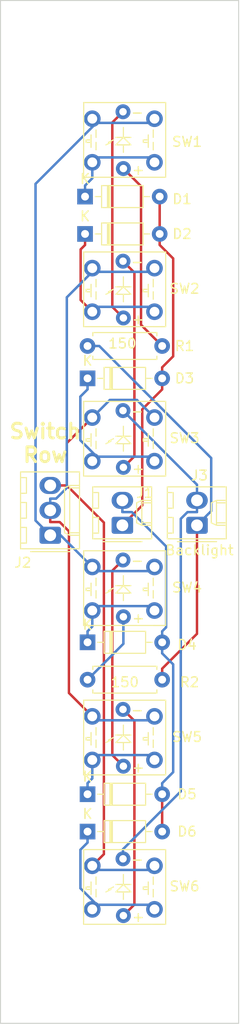
<source format=kicad_pcb>
(kicad_pcb (version 20171130) (host pcbnew "(5.1.5-0-10_14)")

  (general
    (thickness 1.2)
    (drawings 8)
    (tracks 134)
    (zones 0)
    (modules 21)
    (nets 20)
  )

  (page A4)
  (layers
    (0 F.Cu signal)
    (31 B.Cu signal)
    (32 B.Adhes user)
    (33 F.Adhes user)
    (34 B.Paste user)
    (35 F.Paste user)
    (36 B.SilkS user)
    (37 F.SilkS user)
    (38 B.Mask user)
    (39 F.Mask user)
    (40 Dwgs.User user)
    (41 Cmts.User user)
    (42 Eco1.User user)
    (43 Eco2.User user)
    (44 Edge.Cuts user)
    (45 Margin user)
    (46 B.CrtYd user)
    (47 F.CrtYd user)
    (48 B.Fab user)
    (49 F.Fab user)
  )

  (setup
    (last_trace_width 0.25)
    (user_trace_width 0.25)
    (user_trace_width 0.5)
    (trace_clearance 0.2)
    (zone_clearance 0.508)
    (zone_45_only no)
    (trace_min 0.2)
    (via_size 0.6)
    (via_drill 0.4)
    (via_min_size 0.4)
    (via_min_drill 0.3)
    (uvia_size 0.3)
    (uvia_drill 0.1)
    (uvias_allowed no)
    (uvia_min_size 0.2)
    (uvia_min_drill 0.1)
    (edge_width 0.15)
    (segment_width 0.2)
    (pcb_text_width 0.3)
    (pcb_text_size 1.5 1.5)
    (mod_edge_width 0.15)
    (mod_text_size 1 1)
    (mod_text_width 0.15)
    (pad_size 1.524 1.524)
    (pad_drill 0.762)
    (pad_to_mask_clearance 0.2)
    (aux_axis_origin 124.32 149.34)
    (grid_origin 124.32 149.34)
    (visible_elements 7FFFFFFF)
    (pcbplotparams
      (layerselection 0x010fc_ffffffff)
      (usegerberextensions false)
      (usegerberattributes false)
      (usegerberadvancedattributes false)
      (creategerberjobfile false)
      (excludeedgelayer true)
      (linewidth 0.100000)
      (plotframeref false)
      (viasonmask false)
      (mode 1)
      (useauxorigin false)
      (hpglpennumber 1)
      (hpglpenspeed 20)
      (hpglpendiameter 15.000000)
      (psnegative false)
      (psa4output false)
      (plotreference true)
      (plotvalue true)
      (plotinvisibletext false)
      (padsonsilk false)
      (subtractmaskfromsilk false)
      (outputformat 1)
      (mirror false)
      (drillshape 0)
      (scaleselection 1)
      (outputdirectory "manufacturing/"))
  )

  (net 0 "")
  (net 1 "Net-(SW1-Pad6)")
  (net 2 "Net-(SW2-Pad6)")
  (net 3 "Net-(SW4-Pad6)")
  (net 4 /Col1)
  (net 5 "Net-(D1-Pad1)")
  (net 6 "Net-(D2-Pad1)")
  (net 7 "Net-(D3-Pad1)")
  (net 8 /Col2)
  (net 9 "Net-(D4-Pad1)")
  (net 10 "Net-(D5-Pad1)")
  (net 11 "Net-(D6-Pad1)")
  (net 12 /Row3)
  (net 13 /Row2)
  (net 14 /Row1)
  (net 15 /-BckLght)
  (net 16 /+BckLght)
  (net 17 "Net-(R1-Pad1)")
  (net 18 "Net-(R2-Pad1)")
  (net 19 "Net-(SW5-Pad6)")

  (net_class Default "This is the default net class."
    (clearance 0.2)
    (trace_width 0.25)
    (via_dia 0.6)
    (via_drill 0.4)
    (uvia_dia 0.3)
    (uvia_drill 0.1)
    (add_net /+BckLght)
    (add_net /-BckLght)
    (add_net /Col1)
    (add_net /Col2)
    (add_net /Row1)
    (add_net /Row2)
    (add_net /Row3)
    (add_net "Net-(D1-Pad1)")
    (add_net "Net-(D2-Pad1)")
    (add_net "Net-(D3-Pad1)")
    (add_net "Net-(D4-Pad1)")
    (add_net "Net-(D5-Pad1)")
    (add_net "Net-(D6-Pad1)")
    (add_net "Net-(R1-Pad1)")
    (add_net "Net-(R2-Pad1)")
    (add_net "Net-(SW1-Pad6)")
    (add_net "Net-(SW2-Pad6)")
    (add_net "Net-(SW4-Pad6)")
    (add_net "Net-(SW5-Pad6)")
  )

  (module MountingHole:MountingHole_2.2mm_M2 locked (layer F.Cu) (tedit 56D1B4CB) (tstamp 5A7BDEDC)
    (at 141.18 48.98)
    (descr "Mounting Hole 2.2mm, no annular, M2")
    (tags "mounting hole 2.2mm no annular m2")
    (path /5A7BE807)
    (attr virtual)
    (fp_text reference MK4 (at 0 -3.2) (layer F.SilkS) hide
      (effects (font (size 1 1) (thickness 0.15)))
    )
    (fp_text value Mounting_Hole (at 0 3.2) (layer F.Fab)
      (effects (font (size 1 1) (thickness 0.15)))
    )
    (fp_circle (center 0 0) (end 2.45 0) (layer F.CrtYd) (width 0.05))
    (fp_circle (center 0 0) (end 2.2 0) (layer Cmts.User) (width 0.15))
    (fp_text user %R (at 0.3 0) (layer F.Fab)
      (effects (font (size 1 1) (thickness 0.15)))
    )
    (pad 1 np_thru_hole circle (at 0 0) (size 2.2 2.2) (drill 2.2) (layers *.Cu *.Mask))
  )

  (module MountingHole:MountingHole_2.2mm_M2 locked (layer F.Cu) (tedit 56D1B4CB) (tstamp 5A7BDED7)
    (at 131.78 48.98)
    (descr "Mounting Hole 2.2mm, no annular, M2")
    (tags "mounting hole 2.2mm no annular m2")
    (path /5A7BE72D)
    (attr virtual)
    (fp_text reference MK3 (at 0 -3.2) (layer F.SilkS) hide
      (effects (font (size 1 1) (thickness 0.15)))
    )
    (fp_text value Mounting_Hole (at 0 3.2) (layer F.Fab)
      (effects (font (size 1 1) (thickness 0.15)))
    )
    (fp_circle (center 0 0) (end 2.45 0) (layer F.CrtYd) (width 0.05))
    (fp_circle (center 0 0) (end 2.2 0) (layer Cmts.User) (width 0.15))
    (fp_text user %R (at 0.3 0) (layer F.Fab)
      (effects (font (size 1 1) (thickness 0.15)))
    )
    (pad 1 np_thru_hole circle (at 0 0) (size 2.2 2.2) (drill 2.2) (layers *.Cu *.Mask))
  )

  (module MountingHole:MountingHole_2.2mm_M2 locked (layer F.Cu) (tedit 56D1B4CB) (tstamp 5A7BDED2)
    (at 141.18 145.37)
    (descr "Mounting Hole 2.2mm, no annular, M2")
    (tags "mounting hole 2.2mm no annular m2")
    (path /5A7BE8CC)
    (attr virtual)
    (fp_text reference MK2 (at 0 -3.2) (layer F.SilkS) hide
      (effects (font (size 1 1) (thickness 0.15)))
    )
    (fp_text value Mounting_Hole (at 0 3.2) (layer F.Fab)
      (effects (font (size 1 1) (thickness 0.15)))
    )
    (fp_circle (center 0 0) (end 2.45 0) (layer F.CrtYd) (width 0.05))
    (fp_circle (center 0 0) (end 2.2 0) (layer Cmts.User) (width 0.15))
    (fp_text user %R (at 0.3 0) (layer F.Fab)
      (effects (font (size 1 1) (thickness 0.15)))
    )
    (pad 1 np_thru_hole circle (at 0 0) (size 2.2 2.2) (drill 2.2) (layers *.Cu *.Mask))
  )

  (module MountingHole:MountingHole_2.2mm_M2 locked (layer F.Cu) (tedit 56D1B4CB) (tstamp 5A7BDECD)
    (at 131.78 145.37)
    (descr "Mounting Hole 2.2mm, no annular, M2")
    (tags "mounting hole 2.2mm no annular m2")
    (path /5A7BE8C6)
    (attr virtual)
    (fp_text reference MK1 (at 0 -3.2) (layer F.SilkS) hide
      (effects (font (size 1 1) (thickness 0.15)))
    )
    (fp_text value Mounting_Hole (at 0 3.2) (layer F.Fab)
      (effects (font (size 1 1) (thickness 0.15)))
    )
    (fp_circle (center 0 0) (end 2.45 0) (layer F.CrtYd) (width 0.05))
    (fp_circle (center 0 0) (end 2.2 0) (layer Cmts.User) (width 0.15))
    (fp_text user %R (at 0.3 0) (layer F.Fab)
      (effects (font (size 1 1) (thickness 0.15)))
    )
    (pad 1 np_thru_hole circle (at 0 0) (size 2.2 2.2) (drill 2.2) (layers *.Cu *.Mask))
  )

  (module PT_Library_v001:PT_Small_Tactile_Switch_With_LED locked (layer F.Cu) (tedit 5EE4152B) (tstamp 5A7BDF27)
    (at 136.87 120.19 180)
    (path /5A7BE3BA)
    (fp_text reference SW5 (at -6.5 0.060001) (layer F.SilkS)
      (effects (font (size 1 1) (thickness 0.15)))
    )
    (fp_text value zone (at 0 -0.5) (layer F.Fab)
      (effects (font (size 1 1) (thickness 0.15)))
    )
    (fp_line (start -4.318 -3.81) (end -3.048 -3.81) (layer F.SilkS) (width 0.12))
    (fp_line (start -4.32 3.81) (end -4.318 -3.81) (layer F.SilkS) (width 0.12))
    (fp_line (start 4.07 3.81) (end -4.312 3.81) (layer F.SilkS) (width 0.12))
    (fp_line (start 4.064 -3.81) (end 4.05 3.81) (layer F.SilkS) (width 0.12))
    (fp_line (start -4.064 -3.81) (end 4.064 -3.81) (layer F.SilkS) (width 0.12))
    (fp_text user - (at -1.42 2.81) (layer F.SilkS)
      (effects (font (size 1 1) (thickness 0.15)))
    )
    (fp_line (start 3.81 0) (end 3.302 0) (layer F.SilkS) (width 0.12))
    (fp_line (start 2.794 -1.016) (end 2.794 -0.254) (layer F.SilkS) (width 0.12))
    (fp_line (start 3.81 -0.254) (end 3.81 0) (layer F.SilkS) (width 0.12))
    (fp_line (start 3.302 -0.762) (end 3.302 0.508) (layer F.SilkS) (width 0.12))
    (fp_line (start 2.794 0.254) (end 2.794 1.016) (layer F.SilkS) (width 0.12))
    (fp_line (start 3.302 -0.254) (end 3.81 -0.254) (layer F.SilkS) (width 0.12))
    (fp_line (start -2.032 0) (end -2.54 0) (layer F.SilkS) (width 0.12))
    (fp_line (start -2.032 -0.254) (end -2.032 0) (layer F.SilkS) (width 0.12))
    (fp_line (start -2.54 -0.254) (end -2.032 -0.254) (layer F.SilkS) (width 0.12))
    (fp_line (start -2.54 -0.762) (end -2.54 0.508) (layer F.SilkS) (width 0.12))
    (fp_line (start -3.048 0.254) (end -3.048 1.016) (layer F.SilkS) (width 0.12))
    (fp_line (start -3.048 -1.016) (end -3.048 -0.254) (layer F.SilkS) (width 0.12))
    (fp_line (start 1.524 -0.254) (end 1.016 0) (layer F.SilkS) (width 0.12))
    (fp_line (start 1.27 -0.254) (end 1.524 -0.254) (layer F.SilkS) (width 0.12))
    (fp_line (start 1.778 -0.508) (end 1.27 -0.254) (layer F.SilkS) (width 0.12))
    (fp_line (start 0 0.254) (end 0 1.27) (layer F.SilkS) (width 0.12))
    (fp_line (start -0.762 0.254) (end 0 0.254) (layer F.SilkS) (width 0.12))
    (fp_line (start 0.762 0.254) (end -0.762 0.254) (layer F.SilkS) (width 0.12))
    (fp_line (start -0.762 -0.508) (end 0 -0.508) (layer F.SilkS) (width 0.12))
    (fp_line (start 0 0.254) (end -0.762 -0.508) (layer F.SilkS) (width 0.12))
    (fp_line (start 0.762 -0.508) (end 0 0.254) (layer F.SilkS) (width 0.12))
    (fp_line (start 0 -0.508) (end 0.762 -0.508) (layer F.SilkS) (width 0.12))
    (fp_line (start 0 -1.27) (end 0 -0.508) (layer F.SilkS) (width 0.12))
    (fp_text user + (at -1.524 -3.048) (layer F.SilkS)
      (effects (font (size 1 1) (thickness 0.15)))
    )
    (pad 6 thru_hole circle (at 0.04 2.87 180) (size 1.524 1.524) (drill 0.762) (layers *.Cu *.Mask)
      (net 19 "Net-(SW5-Pad6)"))
    (pad 5 thru_hole circle (at 0 -2.921 180) (size 1.524 1.524) (drill 0.762) (layers *.Cu *.Mask)
      (net 3 "Net-(SW4-Pad6)"))
    (pad 4 thru_hole circle (at 3.175 2.159 180) (size 1.7 1.7) (drill 1) (layers *.Cu *.Mask)
      (net 13 /Row2))
    (pad 3 thru_hole circle (at -3.175 2.159 180) (size 1.7 1.7) (drill 1) (layers *.Cu *.Mask)
      (net 13 /Row2))
    (pad 2 thru_hole circle (at 3.175 -2.286 180) (size 1.7 1.7) (drill 1) (layers *.Cu *.Mask)
      (net 10 "Net-(D5-Pad1)"))
    (pad 1 thru_hole circle (at -3.175 -2.286 180) (size 1.7 1.7) (drill 1) (layers *.Cu *.Mask)
      (net 10 "Net-(D5-Pad1)"))
  )

  (module PT_Library_v001:R_Axial_DIN0207_L6.3mm_D2.5mm_P7.62mm_Horizontal (layer F.Cu) (tedit 5AE5139B) (tstamp 5EEF2AC5)
    (at 133.21 114.288)
    (descr "Resistor, Axial_DIN0207 series, Axial, Horizontal, pin pitch=7.62mm, 0.25W = 1/4W, length*diameter=6.3*2.5mm^2, http://cdn-reichelt.de/documents/datenblatt/B400/1_4W%23YAG.pdf")
    (tags "Resistor Axial_DIN0207 series Axial Horizontal pin pitch 7.62mm 0.25W = 1/4W length 6.3mm diameter 2.5mm")
    (path /5EF4D7AA)
    (fp_text reference R2 (at 10.414 0.254) (layer F.SilkS)
      (effects (font (size 1 1) (thickness 0.15)))
    )
    (fp_text value 150 (at 3.81 2.37) (layer F.Fab)
      (effects (font (size 1 1) (thickness 0.15)))
    )
    (fp_text user %R (at 3.81 0) (layer F.Fab)
      (effects (font (size 1 1) (thickness 0.15)))
    )
    (fp_line (start 8.67 -1.5) (end -1.05 -1.5) (layer F.CrtYd) (width 0.05))
    (fp_line (start 8.67 1.5) (end 8.67 -1.5) (layer F.CrtYd) (width 0.05))
    (fp_line (start -1.05 1.5) (end 8.67 1.5) (layer F.CrtYd) (width 0.05))
    (fp_line (start -1.05 -1.5) (end -1.05 1.5) (layer F.CrtYd) (width 0.05))
    (fp_line (start 7.08 1.37) (end 7.08 1.04) (layer F.SilkS) (width 0.12))
    (fp_line (start 0.54 1.37) (end 7.08 1.37) (layer F.SilkS) (width 0.12))
    (fp_line (start 0.54 1.04) (end 0.54 1.37) (layer F.SilkS) (width 0.12))
    (fp_line (start 7.08 -1.37) (end 7.08 -1.04) (layer F.SilkS) (width 0.12))
    (fp_line (start 0.54 -1.37) (end 7.08 -1.37) (layer F.SilkS) (width 0.12))
    (fp_line (start 0.54 -1.04) (end 0.54 -1.37) (layer F.SilkS) (width 0.12))
    (fp_line (start 7.62 0) (end 6.96 0) (layer F.Fab) (width 0.1))
    (fp_line (start 0 0) (end 0.66 0) (layer F.Fab) (width 0.1))
    (fp_line (start 6.96 -1.25) (end 0.66 -1.25) (layer F.Fab) (width 0.1))
    (fp_line (start 6.96 1.25) (end 6.96 -1.25) (layer F.Fab) (width 0.1))
    (fp_line (start 0.66 1.25) (end 6.96 1.25) (layer F.Fab) (width 0.1))
    (fp_line (start 0.66 -1.25) (end 0.66 1.25) (layer F.Fab) (width 0.1))
    (pad 2 thru_hole oval (at 7.62 0) (size 1.6 1.6) (drill 0.8) (layers *.Cu *.Mask)
      (net 16 /+BckLght))
    (pad 1 thru_hole circle (at 0 0) (size 1.6 1.6) (drill 0.8) (layers *.Cu *.Mask)
      (net 18 "Net-(R2-Pad1)"))
    (model ${KISYS3DMOD}/Resistor_THT.3dshapes/R_Axial_DIN0207_L6.3mm_D2.5mm_P7.62mm_Horizontal.wrl
      (at (xyz 0 0 0))
      (scale (xyz 1 1 1))
      (rotate (xyz 0 0 0))
    )
  )

  (module PT_Library_v001:R_Axial_DIN0207_L6.3mm_D2.5mm_P7.62mm_Horizontal (layer F.Cu) (tedit 5AE5139B) (tstamp 5EEF2E88)
    (at 140.83 80.252 180)
    (descr "Resistor, Axial_DIN0207 series, Axial, Horizontal, pin pitch=7.62mm, 0.25W = 1/4W, length*diameter=6.3*2.5mm^2, http://cdn-reichelt.de/documents/datenblatt/B400/1_4W%23YAG.pdf")
    (tags "Resistor Axial_DIN0207 series Axial Horizontal pin pitch 7.62mm 0.25W = 1/4W length 6.3mm diameter 2.5mm")
    (path /5EF4D4FD)
    (fp_text reference R1 (at -2.286 0) (layer F.SilkS)
      (effects (font (size 1 1) (thickness 0.15)))
    )
    (fp_text value 150 (at 3.81 2.37) (layer F.Fab)
      (effects (font (size 1 1) (thickness 0.15)))
    )
    (fp_text user %R (at 3.81 0) (layer F.Fab)
      (effects (font (size 1 1) (thickness 0.15)))
    )
    (fp_line (start 8.67 -1.5) (end -1.05 -1.5) (layer F.CrtYd) (width 0.05))
    (fp_line (start 8.67 1.5) (end 8.67 -1.5) (layer F.CrtYd) (width 0.05))
    (fp_line (start -1.05 1.5) (end 8.67 1.5) (layer F.CrtYd) (width 0.05))
    (fp_line (start -1.05 -1.5) (end -1.05 1.5) (layer F.CrtYd) (width 0.05))
    (fp_line (start 7.08 1.37) (end 7.08 1.04) (layer F.SilkS) (width 0.12))
    (fp_line (start 0.54 1.37) (end 7.08 1.37) (layer F.SilkS) (width 0.12))
    (fp_line (start 0.54 1.04) (end 0.54 1.37) (layer F.SilkS) (width 0.12))
    (fp_line (start 7.08 -1.37) (end 7.08 -1.04) (layer F.SilkS) (width 0.12))
    (fp_line (start 0.54 -1.37) (end 7.08 -1.37) (layer F.SilkS) (width 0.12))
    (fp_line (start 0.54 -1.04) (end 0.54 -1.37) (layer F.SilkS) (width 0.12))
    (fp_line (start 7.62 0) (end 6.96 0) (layer F.Fab) (width 0.1))
    (fp_line (start 0 0) (end 0.66 0) (layer F.Fab) (width 0.1))
    (fp_line (start 6.96 -1.25) (end 0.66 -1.25) (layer F.Fab) (width 0.1))
    (fp_line (start 6.96 1.25) (end 6.96 -1.25) (layer F.Fab) (width 0.1))
    (fp_line (start 0.66 1.25) (end 6.96 1.25) (layer F.Fab) (width 0.1))
    (fp_line (start 0.66 -1.25) (end 0.66 1.25) (layer F.Fab) (width 0.1))
    (pad 2 thru_hole oval (at 7.62 0 180) (size 1.6 1.6) (drill 0.8) (layers *.Cu *.Mask)
      (net 16 /+BckLght))
    (pad 1 thru_hole circle (at 0 0 180) (size 1.6 1.6) (drill 0.8) (layers *.Cu *.Mask)
      (net 17 "Net-(R1-Pad1)"))
    (model ${KISYS3DMOD}/Resistor_THT.3dshapes/R_Axial_DIN0207_L6.3mm_D2.5mm_P7.62mm_Horizontal.wrl
      (at (xyz 0 0 0))
      (scale (xyz 1 1 1))
      (rotate (xyz 0 0 0))
    )
  )

  (module PT_Library_v001:Molex_1x02_P2.54mm_Vertical (layer F.Cu) (tedit 5B78013E) (tstamp 5EEF2A77)
    (at 144.386 98.54 90)
    (descr "Molex KK-254 Interconnect System, old/engineering part number: AE-6410-02A example for new part number: 22-27-2021, 2 Pins (http://www.molex.com/pdm_docs/sd/022272021_sd.pdf), generated with kicad-footprint-generator")
    (tags "connector Molex KK-254 side entry")
    (path /5EF5C11A)
    (fp_text reference J3 (at 5.08 0.254 180) (layer F.SilkS)
      (effects (font (size 1 1) (thickness 0.15)))
    )
    (fp_text value BackLight (at 1.27 4.08 90) (layer F.Fab)
      (effects (font (size 1 1) (thickness 0.15)))
    )
    (fp_text user %R (at 1.27 -2.22 90) (layer F.Fab)
      (effects (font (size 1 1) (thickness 0.15)))
    )
    (fp_line (start 4.31 -3.42) (end -1.77 -3.42) (layer F.CrtYd) (width 0.05))
    (fp_line (start 4.31 3.38) (end 4.31 -3.42) (layer F.CrtYd) (width 0.05))
    (fp_line (start -1.77 3.38) (end 4.31 3.38) (layer F.CrtYd) (width 0.05))
    (fp_line (start -1.77 -3.42) (end -1.77 3.38) (layer F.CrtYd) (width 0.05))
    (fp_line (start 3.34 -2.43) (end 3.34 -3.03) (layer F.SilkS) (width 0.12))
    (fp_line (start 1.74 -2.43) (end 3.34 -2.43) (layer F.SilkS) (width 0.12))
    (fp_line (start 1.74 -3.03) (end 1.74 -2.43) (layer F.SilkS) (width 0.12))
    (fp_line (start 0.8 -2.43) (end 0.8 -3.03) (layer F.SilkS) (width 0.12))
    (fp_line (start -0.8 -2.43) (end 0.8 -2.43) (layer F.SilkS) (width 0.12))
    (fp_line (start -0.8 -3.03) (end -0.8 -2.43) (layer F.SilkS) (width 0.12))
    (fp_line (start 2.29 2.99) (end 2.29 1.99) (layer F.SilkS) (width 0.12))
    (fp_line (start 0.25 2.99) (end 0.25 1.99) (layer F.SilkS) (width 0.12))
    (fp_line (start 2.29 1.46) (end 2.54 1.99) (layer F.SilkS) (width 0.12))
    (fp_line (start 0.25 1.46) (end 2.29 1.46) (layer F.SilkS) (width 0.12))
    (fp_line (start 0 1.99) (end 0.25 1.46) (layer F.SilkS) (width 0.12))
    (fp_line (start 2.54 1.99) (end 2.54 2.99) (layer F.SilkS) (width 0.12))
    (fp_line (start 0 1.99) (end 2.54 1.99) (layer F.SilkS) (width 0.12))
    (fp_line (start 0 2.99) (end 0 1.99) (layer F.SilkS) (width 0.12))
    (fp_line (start -0.562893 0) (end -1.27 0.5) (layer F.Fab) (width 0.1))
    (fp_line (start -1.27 -0.5) (end -0.562893 0) (layer F.Fab) (width 0.1))
    (fp_line (start -1.67 -2) (end -1.67 2) (layer F.SilkS) (width 0.12))
    (fp_line (start 3.92 -3.03) (end -1.38 -3.03) (layer F.SilkS) (width 0.12))
    (fp_line (start 3.92 2.99) (end 3.92 -3.03) (layer F.SilkS) (width 0.12))
    (fp_line (start -1.38 2.99) (end 3.92 2.99) (layer F.SilkS) (width 0.12))
    (fp_line (start -1.38 -3.03) (end -1.38 2.99) (layer F.SilkS) (width 0.12))
    (fp_line (start 3.81 -2.92) (end -1.27 -2.92) (layer F.Fab) (width 0.1))
    (fp_line (start 3.81 2.88) (end 3.81 -2.92) (layer F.Fab) (width 0.1))
    (fp_line (start -1.27 2.88) (end 3.81 2.88) (layer F.Fab) (width 0.1))
    (fp_line (start -1.27 -2.92) (end -1.27 2.88) (layer F.Fab) (width 0.1))
    (pad 2 thru_hole oval (at 2.54 0 90) (size 1.74 2.2) (drill 1.2) (layers *.Cu *.Mask)
      (net 15 /-BckLght))
    (pad 1 thru_hole roundrect (at 0 0 90) (size 1.74 2.2) (drill 1.2) (layers *.Cu *.Mask) (roundrect_rratio 0.143678)
      (net 16 /+BckLght))
    (model ${KISYS3DMOD}/Connector_Molex.3dshapes/Molex_KK-254_AE-6410-02A_1x02_P2.54mm_Vertical.wrl
      (at (xyz 0 0 0))
      (scale (xyz 1 1 1))
      (rotate (xyz 0 0 0))
    )
  )

  (module PT_Library_v001:Molex_1x03_P2.54mm_Vertical (layer F.Cu) (tedit 5B78013E) (tstamp 5EEF2A53)
    (at 129.4 99.556 90)
    (descr "Molex KK-254 Interconnect System, old/engineering part number: AE-6410-03A example for new part number: 22-27-2031, 3 Pins (http://www.molex.com/pdm_docs/sd/022272021_sd.pdf), generated with kicad-footprint-generator")
    (tags "connector Molex KK-254 side entry")
    (path /5EF55AA1)
    (fp_text reference J2 (at -2.794 -2.794 180) (layer F.SilkS)
      (effects (font (size 1 1) (thickness 0.15)))
    )
    (fp_text value SwitchRow (at 2.54 4.08 90) (layer F.Fab)
      (effects (font (size 1 1) (thickness 0.15)))
    )
    (fp_text user %R (at 2.54 -2.22 90) (layer F.Fab)
      (effects (font (size 1 1) (thickness 0.15)))
    )
    (fp_line (start 6.85 -3.42) (end -1.77 -3.42) (layer F.CrtYd) (width 0.05))
    (fp_line (start 6.85 3.38) (end 6.85 -3.42) (layer F.CrtYd) (width 0.05))
    (fp_line (start -1.77 3.38) (end 6.85 3.38) (layer F.CrtYd) (width 0.05))
    (fp_line (start -1.77 -3.42) (end -1.77 3.38) (layer F.CrtYd) (width 0.05))
    (fp_line (start 5.88 -2.43) (end 5.88 -3.03) (layer F.SilkS) (width 0.12))
    (fp_line (start 4.28 -2.43) (end 5.88 -2.43) (layer F.SilkS) (width 0.12))
    (fp_line (start 4.28 -3.03) (end 4.28 -2.43) (layer F.SilkS) (width 0.12))
    (fp_line (start 3.34 -2.43) (end 3.34 -3.03) (layer F.SilkS) (width 0.12))
    (fp_line (start 1.74 -2.43) (end 3.34 -2.43) (layer F.SilkS) (width 0.12))
    (fp_line (start 1.74 -3.03) (end 1.74 -2.43) (layer F.SilkS) (width 0.12))
    (fp_line (start 0.8 -2.43) (end 0.8 -3.03) (layer F.SilkS) (width 0.12))
    (fp_line (start -0.8 -2.43) (end 0.8 -2.43) (layer F.SilkS) (width 0.12))
    (fp_line (start -0.8 -3.03) (end -0.8 -2.43) (layer F.SilkS) (width 0.12))
    (fp_line (start 4.83 2.99) (end 4.83 1.99) (layer F.SilkS) (width 0.12))
    (fp_line (start 0.25 2.99) (end 0.25 1.99) (layer F.SilkS) (width 0.12))
    (fp_line (start 4.83 1.46) (end 5.08 1.99) (layer F.SilkS) (width 0.12))
    (fp_line (start 0.25 1.46) (end 4.83 1.46) (layer F.SilkS) (width 0.12))
    (fp_line (start 0 1.99) (end 0.25 1.46) (layer F.SilkS) (width 0.12))
    (fp_line (start 5.08 1.99) (end 5.08 2.99) (layer F.SilkS) (width 0.12))
    (fp_line (start 0 1.99) (end 5.08 1.99) (layer F.SilkS) (width 0.12))
    (fp_line (start 0 2.99) (end 0 1.99) (layer F.SilkS) (width 0.12))
    (fp_line (start -0.562893 0) (end -1.27 0.5) (layer F.Fab) (width 0.1))
    (fp_line (start -1.27 -0.5) (end -0.562893 0) (layer F.Fab) (width 0.1))
    (fp_line (start -1.67 -2) (end -1.67 2) (layer F.SilkS) (width 0.12))
    (fp_line (start 6.46 -3.03) (end -1.38 -3.03) (layer F.SilkS) (width 0.12))
    (fp_line (start 6.46 2.99) (end 6.46 -3.03) (layer F.SilkS) (width 0.12))
    (fp_line (start -1.38 2.99) (end 6.46 2.99) (layer F.SilkS) (width 0.12))
    (fp_line (start -1.38 -3.03) (end -1.38 2.99) (layer F.SilkS) (width 0.12))
    (fp_line (start 6.35 -2.92) (end -1.27 -2.92) (layer F.Fab) (width 0.1))
    (fp_line (start 6.35 2.88) (end 6.35 -2.92) (layer F.Fab) (width 0.1))
    (fp_line (start -1.27 2.88) (end 6.35 2.88) (layer F.Fab) (width 0.1))
    (fp_line (start -1.27 -2.92) (end -1.27 2.88) (layer F.Fab) (width 0.1))
    (pad 3 thru_hole oval (at 5.08 0 90) (size 1.74 2.2) (drill 1.2) (layers *.Cu *.Mask)
      (net 12 /Row3))
    (pad 2 thru_hole oval (at 2.54 0 90) (size 1.74 2.2) (drill 1.2) (layers *.Cu *.Mask)
      (net 13 /Row2))
    (pad 1 thru_hole roundrect (at 0 0 90) (size 1.74 2.2) (drill 1.2) (layers *.Cu *.Mask) (roundrect_rratio 0.143678)
      (net 14 /Row1))
    (model ${KISYS3DMOD}/Connector_Molex.3dshapes/Molex_KK-254_AE-6410-03A_1x03_P2.54mm_Vertical.wrl
      (at (xyz 0 0 0))
      (scale (xyz 1 1 1))
      (rotate (xyz 0 0 0))
    )
  )

  (module PT_Library_v001:Molex_1x02_P2.54mm_Vertical (layer F.Cu) (tedit 5B78013E) (tstamp 5EEF2A2B)
    (at 136.766 98.54 90)
    (descr "Molex KK-254 Interconnect System, old/engineering part number: AE-6410-02A example for new part number: 22-27-2021, 2 Pins (http://www.molex.com/pdm_docs/sd/022272021_sd.pdf), generated with kicad-footprint-generator")
    (tags "connector Molex KK-254 side entry")
    (path /5EF550DA)
    (fp_text reference J1 (at 3.302 2.286 180) (layer F.SilkS)
      (effects (font (size 1 1) (thickness 0.15)))
    )
    (fp_text value SwithCol (at 1.27 4.08 90) (layer F.Fab)
      (effects (font (size 1 1) (thickness 0.15)))
    )
    (fp_text user %R (at 1.27 -2.22 90) (layer F.Fab)
      (effects (font (size 1 1) (thickness 0.15)))
    )
    (fp_line (start 4.31 -3.42) (end -1.77 -3.42) (layer F.CrtYd) (width 0.05))
    (fp_line (start 4.31 3.38) (end 4.31 -3.42) (layer F.CrtYd) (width 0.05))
    (fp_line (start -1.77 3.38) (end 4.31 3.38) (layer F.CrtYd) (width 0.05))
    (fp_line (start -1.77 -3.42) (end -1.77 3.38) (layer F.CrtYd) (width 0.05))
    (fp_line (start 3.34 -2.43) (end 3.34 -3.03) (layer F.SilkS) (width 0.12))
    (fp_line (start 1.74 -2.43) (end 3.34 -2.43) (layer F.SilkS) (width 0.12))
    (fp_line (start 1.74 -3.03) (end 1.74 -2.43) (layer F.SilkS) (width 0.12))
    (fp_line (start 0.8 -2.43) (end 0.8 -3.03) (layer F.SilkS) (width 0.12))
    (fp_line (start -0.8 -2.43) (end 0.8 -2.43) (layer F.SilkS) (width 0.12))
    (fp_line (start -0.8 -3.03) (end -0.8 -2.43) (layer F.SilkS) (width 0.12))
    (fp_line (start 2.29 2.99) (end 2.29 1.99) (layer F.SilkS) (width 0.12))
    (fp_line (start 0.25 2.99) (end 0.25 1.99) (layer F.SilkS) (width 0.12))
    (fp_line (start 2.29 1.46) (end 2.54 1.99) (layer F.SilkS) (width 0.12))
    (fp_line (start 0.25 1.46) (end 2.29 1.46) (layer F.SilkS) (width 0.12))
    (fp_line (start 0 1.99) (end 0.25 1.46) (layer F.SilkS) (width 0.12))
    (fp_line (start 2.54 1.99) (end 2.54 2.99) (layer F.SilkS) (width 0.12))
    (fp_line (start 0 1.99) (end 2.54 1.99) (layer F.SilkS) (width 0.12))
    (fp_line (start 0 2.99) (end 0 1.99) (layer F.SilkS) (width 0.12))
    (fp_line (start -0.562893 0) (end -1.27 0.5) (layer F.Fab) (width 0.1))
    (fp_line (start -1.27 -0.5) (end -0.562893 0) (layer F.Fab) (width 0.1))
    (fp_line (start -1.67 -2) (end -1.67 2) (layer F.SilkS) (width 0.12))
    (fp_line (start 3.92 -3.03) (end -1.38 -3.03) (layer F.SilkS) (width 0.12))
    (fp_line (start 3.92 2.99) (end 3.92 -3.03) (layer F.SilkS) (width 0.12))
    (fp_line (start -1.38 2.99) (end 3.92 2.99) (layer F.SilkS) (width 0.12))
    (fp_line (start -1.38 -3.03) (end -1.38 2.99) (layer F.SilkS) (width 0.12))
    (fp_line (start 3.81 -2.92) (end -1.27 -2.92) (layer F.Fab) (width 0.1))
    (fp_line (start 3.81 2.88) (end 3.81 -2.92) (layer F.Fab) (width 0.1))
    (fp_line (start -1.27 2.88) (end 3.81 2.88) (layer F.Fab) (width 0.1))
    (fp_line (start -1.27 -2.92) (end -1.27 2.88) (layer F.Fab) (width 0.1))
    (pad 2 thru_hole oval (at 2.54 0 90) (size 1.74 2.2) (drill 1.2) (layers *.Cu *.Mask)
      (net 8 /Col2))
    (pad 1 thru_hole roundrect (at 0 0 90) (size 1.74 2.2) (drill 1.2) (layers *.Cu *.Mask) (roundrect_rratio 0.143678)
      (net 4 /Col1))
    (model ${KISYS3DMOD}/Connector_Molex.3dshapes/Molex_KK-254_AE-6410-02A_1x02_P2.54mm_Vertical.wrl
      (at (xyz 0 0 0))
      (scale (xyz 1 1 1))
      (rotate (xyz 0 0 0))
    )
  )

  (module Diode_THT:D_DO-35_SOD27_P7.62mm_Horizontal (layer F.Cu) (tedit 5AE50CD5) (tstamp 5EEF2A07)
    (at 133.21 129.782)
    (descr "Diode, DO-35_SOD27 series, Axial, Horizontal, pin pitch=7.62mm, , length*diameter=4*2mm^2, , http://www.diodes.com/_files/packages/DO-35.pdf")
    (tags "Diode DO-35_SOD27 series Axial Horizontal pin pitch 7.62mm  length 4mm diameter 2mm")
    (path /5EF43E18)
    (fp_text reference D6 (at 10.16 0) (layer F.SilkS)
      (effects (font (size 1 1) (thickness 0.15)))
    )
    (fp_text value 1N4148 (at 3.81 2.12) (layer F.Fab)
      (effects (font (size 1 1) (thickness 0.15)))
    )
    (fp_text user K (at 0 -1.8) (layer F.SilkS)
      (effects (font (size 1 1) (thickness 0.15)))
    )
    (fp_text user K (at 0 -1.8) (layer F.Fab)
      (effects (font (size 1 1) (thickness 0.15)))
    )
    (fp_text user %R (at 4.11 0) (layer F.Fab)
      (effects (font (size 0.8 0.8) (thickness 0.12)))
    )
    (fp_line (start 8.67 -1.25) (end -1.05 -1.25) (layer F.CrtYd) (width 0.05))
    (fp_line (start 8.67 1.25) (end 8.67 -1.25) (layer F.CrtYd) (width 0.05))
    (fp_line (start -1.05 1.25) (end 8.67 1.25) (layer F.CrtYd) (width 0.05))
    (fp_line (start -1.05 -1.25) (end -1.05 1.25) (layer F.CrtYd) (width 0.05))
    (fp_line (start 2.29 -1.12) (end 2.29 1.12) (layer F.SilkS) (width 0.12))
    (fp_line (start 2.53 -1.12) (end 2.53 1.12) (layer F.SilkS) (width 0.12))
    (fp_line (start 2.41 -1.12) (end 2.41 1.12) (layer F.SilkS) (width 0.12))
    (fp_line (start 6.58 0) (end 5.93 0) (layer F.SilkS) (width 0.12))
    (fp_line (start 1.04 0) (end 1.69 0) (layer F.SilkS) (width 0.12))
    (fp_line (start 5.93 -1.12) (end 1.69 -1.12) (layer F.SilkS) (width 0.12))
    (fp_line (start 5.93 1.12) (end 5.93 -1.12) (layer F.SilkS) (width 0.12))
    (fp_line (start 1.69 1.12) (end 5.93 1.12) (layer F.SilkS) (width 0.12))
    (fp_line (start 1.69 -1.12) (end 1.69 1.12) (layer F.SilkS) (width 0.12))
    (fp_line (start 2.31 -1) (end 2.31 1) (layer F.Fab) (width 0.1))
    (fp_line (start 2.51 -1) (end 2.51 1) (layer F.Fab) (width 0.1))
    (fp_line (start 2.41 -1) (end 2.41 1) (layer F.Fab) (width 0.1))
    (fp_line (start 7.62 0) (end 5.81 0) (layer F.Fab) (width 0.1))
    (fp_line (start 0 0) (end 1.81 0) (layer F.Fab) (width 0.1))
    (fp_line (start 5.81 -1) (end 1.81 -1) (layer F.Fab) (width 0.1))
    (fp_line (start 5.81 1) (end 5.81 -1) (layer F.Fab) (width 0.1))
    (fp_line (start 1.81 1) (end 5.81 1) (layer F.Fab) (width 0.1))
    (fp_line (start 1.81 -1) (end 1.81 1) (layer F.Fab) (width 0.1))
    (pad 2 thru_hole oval (at 7.62 0) (size 1.6 1.6) (drill 0.8) (layers *.Cu *.Mask)
      (net 8 /Col2))
    (pad 1 thru_hole rect (at 0 0) (size 1.6 1.6) (drill 0.8) (layers *.Cu *.Mask)
      (net 11 "Net-(D6-Pad1)"))
    (model ${KISYS3DMOD}/Diode_THT.3dshapes/D_DO-35_SOD27_P7.62mm_Horizontal.wrl
      (at (xyz 0 0 0))
      (scale (xyz 1 1 1))
      (rotate (xyz 0 0 0))
    )
  )

  (module Diode_THT:D_DO-35_SOD27_P7.62mm_Horizontal (layer F.Cu) (tedit 5AE50CD5) (tstamp 5EEF29E8)
    (at 133.21 125.972)
    (descr "Diode, DO-35_SOD27 series, Axial, Horizontal, pin pitch=7.62mm, , length*diameter=4*2mm^2, , http://www.diodes.com/_files/packages/DO-35.pdf")
    (tags "Diode DO-35_SOD27 series Axial Horizontal pin pitch 7.62mm  length 4mm diameter 2mm")
    (path /5EF42DDF)
    (fp_text reference D5 (at 10.16 0) (layer F.SilkS)
      (effects (font (size 1 1) (thickness 0.15)))
    )
    (fp_text value 1N4148 (at 3.81 2.12) (layer F.Fab)
      (effects (font (size 1 1) (thickness 0.15)))
    )
    (fp_text user K (at 0 -1.8) (layer F.SilkS)
      (effects (font (size 1 1) (thickness 0.15)))
    )
    (fp_text user K (at 0 -1.8) (layer F.Fab)
      (effects (font (size 1 1) (thickness 0.15)))
    )
    (fp_text user %R (at 4.11 0) (layer F.Fab)
      (effects (font (size 0.8 0.8) (thickness 0.12)))
    )
    (fp_line (start 8.67 -1.25) (end -1.05 -1.25) (layer F.CrtYd) (width 0.05))
    (fp_line (start 8.67 1.25) (end 8.67 -1.25) (layer F.CrtYd) (width 0.05))
    (fp_line (start -1.05 1.25) (end 8.67 1.25) (layer F.CrtYd) (width 0.05))
    (fp_line (start -1.05 -1.25) (end -1.05 1.25) (layer F.CrtYd) (width 0.05))
    (fp_line (start 2.29 -1.12) (end 2.29 1.12) (layer F.SilkS) (width 0.12))
    (fp_line (start 2.53 -1.12) (end 2.53 1.12) (layer F.SilkS) (width 0.12))
    (fp_line (start 2.41 -1.12) (end 2.41 1.12) (layer F.SilkS) (width 0.12))
    (fp_line (start 6.58 0) (end 5.93 0) (layer F.SilkS) (width 0.12))
    (fp_line (start 1.04 0) (end 1.69 0) (layer F.SilkS) (width 0.12))
    (fp_line (start 5.93 -1.12) (end 1.69 -1.12) (layer F.SilkS) (width 0.12))
    (fp_line (start 5.93 1.12) (end 5.93 -1.12) (layer F.SilkS) (width 0.12))
    (fp_line (start 1.69 1.12) (end 5.93 1.12) (layer F.SilkS) (width 0.12))
    (fp_line (start 1.69 -1.12) (end 1.69 1.12) (layer F.SilkS) (width 0.12))
    (fp_line (start 2.31 -1) (end 2.31 1) (layer F.Fab) (width 0.1))
    (fp_line (start 2.51 -1) (end 2.51 1) (layer F.Fab) (width 0.1))
    (fp_line (start 2.41 -1) (end 2.41 1) (layer F.Fab) (width 0.1))
    (fp_line (start 7.62 0) (end 5.81 0) (layer F.Fab) (width 0.1))
    (fp_line (start 0 0) (end 1.81 0) (layer F.Fab) (width 0.1))
    (fp_line (start 5.81 -1) (end 1.81 -1) (layer F.Fab) (width 0.1))
    (fp_line (start 5.81 1) (end 5.81 -1) (layer F.Fab) (width 0.1))
    (fp_line (start 1.81 1) (end 5.81 1) (layer F.Fab) (width 0.1))
    (fp_line (start 1.81 -1) (end 1.81 1) (layer F.Fab) (width 0.1))
    (pad 2 thru_hole oval (at 7.62 0) (size 1.6 1.6) (drill 0.8) (layers *.Cu *.Mask)
      (net 8 /Col2))
    (pad 1 thru_hole rect (at 0 0) (size 1.6 1.6) (drill 0.8) (layers *.Cu *.Mask)
      (net 10 "Net-(D5-Pad1)"))
    (model ${KISYS3DMOD}/Diode_THT.3dshapes/D_DO-35_SOD27_P7.62mm_Horizontal.wrl
      (at (xyz 0 0 0))
      (scale (xyz 1 1 1))
      (rotate (xyz 0 0 0))
    )
  )

  (module Diode_THT:D_DO-35_SOD27_P7.62mm_Horizontal (layer F.Cu) (tedit 5AE50CD5) (tstamp 5EEF29C9)
    (at 133.21 110.478)
    (descr "Diode, DO-35_SOD27 series, Axial, Horizontal, pin pitch=7.62mm, , length*diameter=4*2mm^2, , http://www.diodes.com/_files/packages/DO-35.pdf")
    (tags "Diode DO-35_SOD27 series Axial Horizontal pin pitch 7.62mm  length 4mm diameter 2mm")
    (path /5EF41D43)
    (fp_text reference D4 (at 10.16 0.254) (layer F.SilkS)
      (effects (font (size 1 1) (thickness 0.15)))
    )
    (fp_text value 1N4148 (at 3.81 2.12) (layer F.Fab)
      (effects (font (size 1 1) (thickness 0.15)))
    )
    (fp_text user K (at 0 -1.8) (layer F.SilkS)
      (effects (font (size 1 1) (thickness 0.15)))
    )
    (fp_text user K (at 0 -1.8) (layer F.Fab)
      (effects (font (size 1 1) (thickness 0.15)))
    )
    (fp_text user %R (at 4.11 0) (layer F.Fab)
      (effects (font (size 0.8 0.8) (thickness 0.12)))
    )
    (fp_line (start 8.67 -1.25) (end -1.05 -1.25) (layer F.CrtYd) (width 0.05))
    (fp_line (start 8.67 1.25) (end 8.67 -1.25) (layer F.CrtYd) (width 0.05))
    (fp_line (start -1.05 1.25) (end 8.67 1.25) (layer F.CrtYd) (width 0.05))
    (fp_line (start -1.05 -1.25) (end -1.05 1.25) (layer F.CrtYd) (width 0.05))
    (fp_line (start 2.29 -1.12) (end 2.29 1.12) (layer F.SilkS) (width 0.12))
    (fp_line (start 2.53 -1.12) (end 2.53 1.12) (layer F.SilkS) (width 0.12))
    (fp_line (start 2.41 -1.12) (end 2.41 1.12) (layer F.SilkS) (width 0.12))
    (fp_line (start 6.58 0) (end 5.93 0) (layer F.SilkS) (width 0.12))
    (fp_line (start 1.04 0) (end 1.69 0) (layer F.SilkS) (width 0.12))
    (fp_line (start 5.93 -1.12) (end 1.69 -1.12) (layer F.SilkS) (width 0.12))
    (fp_line (start 5.93 1.12) (end 5.93 -1.12) (layer F.SilkS) (width 0.12))
    (fp_line (start 1.69 1.12) (end 5.93 1.12) (layer F.SilkS) (width 0.12))
    (fp_line (start 1.69 -1.12) (end 1.69 1.12) (layer F.SilkS) (width 0.12))
    (fp_line (start 2.31 -1) (end 2.31 1) (layer F.Fab) (width 0.1))
    (fp_line (start 2.51 -1) (end 2.51 1) (layer F.Fab) (width 0.1))
    (fp_line (start 2.41 -1) (end 2.41 1) (layer F.Fab) (width 0.1))
    (fp_line (start 7.62 0) (end 5.81 0) (layer F.Fab) (width 0.1))
    (fp_line (start 0 0) (end 1.81 0) (layer F.Fab) (width 0.1))
    (fp_line (start 5.81 -1) (end 1.81 -1) (layer F.Fab) (width 0.1))
    (fp_line (start 5.81 1) (end 5.81 -1) (layer F.Fab) (width 0.1))
    (fp_line (start 1.81 1) (end 5.81 1) (layer F.Fab) (width 0.1))
    (fp_line (start 1.81 -1) (end 1.81 1) (layer F.Fab) (width 0.1))
    (pad 2 thru_hole oval (at 7.62 0) (size 1.6 1.6) (drill 0.8) (layers *.Cu *.Mask)
      (net 8 /Col2))
    (pad 1 thru_hole rect (at 0 0) (size 1.6 1.6) (drill 0.8) (layers *.Cu *.Mask)
      (net 9 "Net-(D4-Pad1)"))
    (model ${KISYS3DMOD}/Diode_THT.3dshapes/D_DO-35_SOD27_P7.62mm_Horizontal.wrl
      (at (xyz 0 0 0))
      (scale (xyz 1 1 1))
      (rotate (xyz 0 0 0))
    )
  )

  (module Diode_THT:D_DO-35_SOD27_P7.62mm_Horizontal (layer F.Cu) (tedit 5AE50CD5) (tstamp 5EEF29AA)
    (at 133.21 83.554)
    (descr "Diode, DO-35_SOD27 series, Axial, Horizontal, pin pitch=7.62mm, , length*diameter=4*2mm^2, , http://www.diodes.com/_files/packages/DO-35.pdf")
    (tags "Diode DO-35_SOD27 series Axial Horizontal pin pitch 7.62mm  length 4mm diameter 2mm")
    (path /5EF40C18)
    (fp_text reference D3 (at 9.906 0) (layer F.SilkS)
      (effects (font (size 1 1) (thickness 0.15)))
    )
    (fp_text value 1N4148 (at 3.81 2.12) (layer F.Fab)
      (effects (font (size 1 1) (thickness 0.15)))
    )
    (fp_text user K (at 0 -1.8) (layer F.SilkS)
      (effects (font (size 1 1) (thickness 0.15)))
    )
    (fp_text user K (at 0 -1.8) (layer F.Fab)
      (effects (font (size 1 1) (thickness 0.15)))
    )
    (fp_text user %R (at 4.11 0) (layer F.Fab)
      (effects (font (size 0.8 0.8) (thickness 0.12)))
    )
    (fp_line (start 8.67 -1.25) (end -1.05 -1.25) (layer F.CrtYd) (width 0.05))
    (fp_line (start 8.67 1.25) (end 8.67 -1.25) (layer F.CrtYd) (width 0.05))
    (fp_line (start -1.05 1.25) (end 8.67 1.25) (layer F.CrtYd) (width 0.05))
    (fp_line (start -1.05 -1.25) (end -1.05 1.25) (layer F.CrtYd) (width 0.05))
    (fp_line (start 2.29 -1.12) (end 2.29 1.12) (layer F.SilkS) (width 0.12))
    (fp_line (start 2.53 -1.12) (end 2.53 1.12) (layer F.SilkS) (width 0.12))
    (fp_line (start 2.41 -1.12) (end 2.41 1.12) (layer F.SilkS) (width 0.12))
    (fp_line (start 6.58 0) (end 5.93 0) (layer F.SilkS) (width 0.12))
    (fp_line (start 1.04 0) (end 1.69 0) (layer F.SilkS) (width 0.12))
    (fp_line (start 5.93 -1.12) (end 1.69 -1.12) (layer F.SilkS) (width 0.12))
    (fp_line (start 5.93 1.12) (end 5.93 -1.12) (layer F.SilkS) (width 0.12))
    (fp_line (start 1.69 1.12) (end 5.93 1.12) (layer F.SilkS) (width 0.12))
    (fp_line (start 1.69 -1.12) (end 1.69 1.12) (layer F.SilkS) (width 0.12))
    (fp_line (start 2.31 -1) (end 2.31 1) (layer F.Fab) (width 0.1))
    (fp_line (start 2.51 -1) (end 2.51 1) (layer F.Fab) (width 0.1))
    (fp_line (start 2.41 -1) (end 2.41 1) (layer F.Fab) (width 0.1))
    (fp_line (start 7.62 0) (end 5.81 0) (layer F.Fab) (width 0.1))
    (fp_line (start 0 0) (end 1.81 0) (layer F.Fab) (width 0.1))
    (fp_line (start 5.81 -1) (end 1.81 -1) (layer F.Fab) (width 0.1))
    (fp_line (start 5.81 1) (end 5.81 -1) (layer F.Fab) (width 0.1))
    (fp_line (start 1.81 1) (end 5.81 1) (layer F.Fab) (width 0.1))
    (fp_line (start 1.81 -1) (end 1.81 1) (layer F.Fab) (width 0.1))
    (pad 2 thru_hole oval (at 7.62 0) (size 1.6 1.6) (drill 0.8) (layers *.Cu *.Mask)
      (net 4 /Col1))
    (pad 1 thru_hole rect (at 0 0) (size 1.6 1.6) (drill 0.8) (layers *.Cu *.Mask)
      (net 7 "Net-(D3-Pad1)"))
    (model ${KISYS3DMOD}/Diode_THT.3dshapes/D_DO-35_SOD27_P7.62mm_Horizontal.wrl
      (at (xyz 0 0 0))
      (scale (xyz 1 1 1))
      (rotate (xyz 0 0 0))
    )
  )

  (module Diode_THT:D_DO-35_SOD27_P7.62mm_Horizontal (layer F.Cu) (tedit 5AE50CD5) (tstamp 5EEF298B)
    (at 132.956 68.822)
    (descr "Diode, DO-35_SOD27 series, Axial, Horizontal, pin pitch=7.62mm, , length*diameter=4*2mm^2, , http://www.diodes.com/_files/packages/DO-35.pdf")
    (tags "Diode DO-35_SOD27 series Axial Horizontal pin pitch 7.62mm  length 4mm diameter 2mm")
    (path /5EF3F1CB)
    (fp_text reference D2 (at 9.906 0) (layer F.SilkS)
      (effects (font (size 1 1) (thickness 0.15)))
    )
    (fp_text value 1N4148 (at 3.81 2.12) (layer F.Fab)
      (effects (font (size 1 1) (thickness 0.15)))
    )
    (fp_text user K (at 0 -1.8) (layer F.SilkS)
      (effects (font (size 1 1) (thickness 0.15)))
    )
    (fp_text user K (at 0 -1.8) (layer F.Fab)
      (effects (font (size 1 1) (thickness 0.15)))
    )
    (fp_text user %R (at 4.11 0) (layer F.Fab)
      (effects (font (size 0.8 0.8) (thickness 0.12)))
    )
    (fp_line (start 8.67 -1.25) (end -1.05 -1.25) (layer F.CrtYd) (width 0.05))
    (fp_line (start 8.67 1.25) (end 8.67 -1.25) (layer F.CrtYd) (width 0.05))
    (fp_line (start -1.05 1.25) (end 8.67 1.25) (layer F.CrtYd) (width 0.05))
    (fp_line (start -1.05 -1.25) (end -1.05 1.25) (layer F.CrtYd) (width 0.05))
    (fp_line (start 2.29 -1.12) (end 2.29 1.12) (layer F.SilkS) (width 0.12))
    (fp_line (start 2.53 -1.12) (end 2.53 1.12) (layer F.SilkS) (width 0.12))
    (fp_line (start 2.41 -1.12) (end 2.41 1.12) (layer F.SilkS) (width 0.12))
    (fp_line (start 6.58 0) (end 5.93 0) (layer F.SilkS) (width 0.12))
    (fp_line (start 1.04 0) (end 1.69 0) (layer F.SilkS) (width 0.12))
    (fp_line (start 5.93 -1.12) (end 1.69 -1.12) (layer F.SilkS) (width 0.12))
    (fp_line (start 5.93 1.12) (end 5.93 -1.12) (layer F.SilkS) (width 0.12))
    (fp_line (start 1.69 1.12) (end 5.93 1.12) (layer F.SilkS) (width 0.12))
    (fp_line (start 1.69 -1.12) (end 1.69 1.12) (layer F.SilkS) (width 0.12))
    (fp_line (start 2.31 -1) (end 2.31 1) (layer F.Fab) (width 0.1))
    (fp_line (start 2.51 -1) (end 2.51 1) (layer F.Fab) (width 0.1))
    (fp_line (start 2.41 -1) (end 2.41 1) (layer F.Fab) (width 0.1))
    (fp_line (start 7.62 0) (end 5.81 0) (layer F.Fab) (width 0.1))
    (fp_line (start 0 0) (end 1.81 0) (layer F.Fab) (width 0.1))
    (fp_line (start 5.81 -1) (end 1.81 -1) (layer F.Fab) (width 0.1))
    (fp_line (start 5.81 1) (end 5.81 -1) (layer F.Fab) (width 0.1))
    (fp_line (start 1.81 1) (end 5.81 1) (layer F.Fab) (width 0.1))
    (fp_line (start 1.81 -1) (end 1.81 1) (layer F.Fab) (width 0.1))
    (pad 2 thru_hole oval (at 7.62 0) (size 1.6 1.6) (drill 0.8) (layers *.Cu *.Mask)
      (net 4 /Col1))
    (pad 1 thru_hole rect (at 0 0) (size 1.6 1.6) (drill 0.8) (layers *.Cu *.Mask)
      (net 6 "Net-(D2-Pad1)"))
    (model ${KISYS3DMOD}/Diode_THT.3dshapes/D_DO-35_SOD27_P7.62mm_Horizontal.wrl
      (at (xyz 0 0 0))
      (scale (xyz 1 1 1))
      (rotate (xyz 0 0 0))
    )
  )

  (module Diode_THT:D_DO-35_SOD27_P7.62mm_Horizontal (layer F.Cu) (tedit 5AE50CD5) (tstamp 5EEF296C)
    (at 132.956 65.012)
    (descr "Diode, DO-35_SOD27 series, Axial, Horizontal, pin pitch=7.62mm, , length*diameter=4*2mm^2, , http://www.diodes.com/_files/packages/DO-35.pdf")
    (tags "Diode DO-35_SOD27 series Axial Horizontal pin pitch 7.62mm  length 4mm diameter 2mm")
    (path /5EF3C704)
    (fp_text reference D1 (at 9.906 0.254) (layer F.SilkS)
      (effects (font (size 1 1) (thickness 0.15)))
    )
    (fp_text value 1N4148 (at 3.81 2.12) (layer F.Fab)
      (effects (font (size 1 1) (thickness 0.15)))
    )
    (fp_text user K (at 0 -1.8) (layer F.SilkS)
      (effects (font (size 1 1) (thickness 0.15)))
    )
    (fp_text user K (at 0 -1.8) (layer F.Fab)
      (effects (font (size 1 1) (thickness 0.15)))
    )
    (fp_text user %R (at 4.11 0) (layer F.Fab)
      (effects (font (size 0.8 0.8) (thickness 0.12)))
    )
    (fp_line (start 8.67 -1.25) (end -1.05 -1.25) (layer F.CrtYd) (width 0.05))
    (fp_line (start 8.67 1.25) (end 8.67 -1.25) (layer F.CrtYd) (width 0.05))
    (fp_line (start -1.05 1.25) (end 8.67 1.25) (layer F.CrtYd) (width 0.05))
    (fp_line (start -1.05 -1.25) (end -1.05 1.25) (layer F.CrtYd) (width 0.05))
    (fp_line (start 2.29 -1.12) (end 2.29 1.12) (layer F.SilkS) (width 0.12))
    (fp_line (start 2.53 -1.12) (end 2.53 1.12) (layer F.SilkS) (width 0.12))
    (fp_line (start 2.41 -1.12) (end 2.41 1.12) (layer F.SilkS) (width 0.12))
    (fp_line (start 6.58 0) (end 5.93 0) (layer F.SilkS) (width 0.12))
    (fp_line (start 1.04 0) (end 1.69 0) (layer F.SilkS) (width 0.12))
    (fp_line (start 5.93 -1.12) (end 1.69 -1.12) (layer F.SilkS) (width 0.12))
    (fp_line (start 5.93 1.12) (end 5.93 -1.12) (layer F.SilkS) (width 0.12))
    (fp_line (start 1.69 1.12) (end 5.93 1.12) (layer F.SilkS) (width 0.12))
    (fp_line (start 1.69 -1.12) (end 1.69 1.12) (layer F.SilkS) (width 0.12))
    (fp_line (start 2.31 -1) (end 2.31 1) (layer F.Fab) (width 0.1))
    (fp_line (start 2.51 -1) (end 2.51 1) (layer F.Fab) (width 0.1))
    (fp_line (start 2.41 -1) (end 2.41 1) (layer F.Fab) (width 0.1))
    (fp_line (start 7.62 0) (end 5.81 0) (layer F.Fab) (width 0.1))
    (fp_line (start 0 0) (end 1.81 0) (layer F.Fab) (width 0.1))
    (fp_line (start 5.81 -1) (end 1.81 -1) (layer F.Fab) (width 0.1))
    (fp_line (start 5.81 1) (end 5.81 -1) (layer F.Fab) (width 0.1))
    (fp_line (start 1.81 1) (end 5.81 1) (layer F.Fab) (width 0.1))
    (fp_line (start 1.81 -1) (end 1.81 1) (layer F.Fab) (width 0.1))
    (pad 2 thru_hole oval (at 7.62 0) (size 1.6 1.6) (drill 0.8) (layers *.Cu *.Mask)
      (net 4 /Col1))
    (pad 1 thru_hole rect (at 0 0) (size 1.6 1.6) (drill 0.8) (layers *.Cu *.Mask)
      (net 5 "Net-(D1-Pad1)"))
    (model ${KISYS3DMOD}/Diode_THT.3dshapes/D_DO-35_SOD27_P7.62mm_Horizontal.wrl
      (at (xyz 0 0 0))
      (scale (xyz 1 1 1))
      (rotate (xyz 0 0 0))
    )
  )

  (module PT_Library_v001:PT_Small_Tactile_Switch_With_LED locked (layer F.Cu) (tedit 5EE4152B) (tstamp 5A7BDF36)
    (at 136.87 135.43 180)
    (path /5A7BE3EE)
    (fp_text reference SW6 (at -6.246 0.060001) (layer F.SilkS)
      (effects (font (size 1 1) (thickness 0.15)))
    )
    (fp_text value ET (at 0 -0.5) (layer F.Fab)
      (effects (font (size 1 1) (thickness 0.15)))
    )
    (fp_line (start -4.318 -3.81) (end -3.048 -3.81) (layer F.SilkS) (width 0.12))
    (fp_line (start -4.32 3.81) (end -4.318 -3.81) (layer F.SilkS) (width 0.12))
    (fp_line (start 4.07 3.81) (end -4.312 3.81) (layer F.SilkS) (width 0.12))
    (fp_line (start 4.064 -3.81) (end 4.05 3.81) (layer F.SilkS) (width 0.12))
    (fp_line (start -4.064 -3.81) (end 4.064 -3.81) (layer F.SilkS) (width 0.12))
    (fp_text user - (at -1.42 2.81) (layer F.SilkS)
      (effects (font (size 1 1) (thickness 0.15)))
    )
    (fp_line (start 3.81 0) (end 3.302 0) (layer F.SilkS) (width 0.12))
    (fp_line (start 2.794 -1.016) (end 2.794 -0.254) (layer F.SilkS) (width 0.12))
    (fp_line (start 3.81 -0.254) (end 3.81 0) (layer F.SilkS) (width 0.12))
    (fp_line (start 3.302 -0.762) (end 3.302 0.508) (layer F.SilkS) (width 0.12))
    (fp_line (start 2.794 0.254) (end 2.794 1.016) (layer F.SilkS) (width 0.12))
    (fp_line (start 3.302 -0.254) (end 3.81 -0.254) (layer F.SilkS) (width 0.12))
    (fp_line (start -2.032 0) (end -2.54 0) (layer F.SilkS) (width 0.12))
    (fp_line (start -2.032 -0.254) (end -2.032 0) (layer F.SilkS) (width 0.12))
    (fp_line (start -2.54 -0.254) (end -2.032 -0.254) (layer F.SilkS) (width 0.12))
    (fp_line (start -2.54 -0.762) (end -2.54 0.508) (layer F.SilkS) (width 0.12))
    (fp_line (start -3.048 0.254) (end -3.048 1.016) (layer F.SilkS) (width 0.12))
    (fp_line (start -3.048 -1.016) (end -3.048 -0.254) (layer F.SilkS) (width 0.12))
    (fp_line (start 1.524 -0.254) (end 1.016 0) (layer F.SilkS) (width 0.12))
    (fp_line (start 1.27 -0.254) (end 1.524 -0.254) (layer F.SilkS) (width 0.12))
    (fp_line (start 1.778 -0.508) (end 1.27 -0.254) (layer F.SilkS) (width 0.12))
    (fp_line (start 0 0.254) (end 0 1.27) (layer F.SilkS) (width 0.12))
    (fp_line (start -0.762 0.254) (end 0 0.254) (layer F.SilkS) (width 0.12))
    (fp_line (start 0.762 0.254) (end -0.762 0.254) (layer F.SilkS) (width 0.12))
    (fp_line (start -0.762 -0.508) (end 0 -0.508) (layer F.SilkS) (width 0.12))
    (fp_line (start 0 0.254) (end -0.762 -0.508) (layer F.SilkS) (width 0.12))
    (fp_line (start 0.762 -0.508) (end 0 0.254) (layer F.SilkS) (width 0.12))
    (fp_line (start 0 -0.508) (end 0.762 -0.508) (layer F.SilkS) (width 0.12))
    (fp_line (start 0 -1.27) (end 0 -0.508) (layer F.SilkS) (width 0.12))
    (fp_text user + (at -1.524 -3.048) (layer F.SilkS)
      (effects (font (size 1 1) (thickness 0.15)))
    )
    (pad 6 thru_hole circle (at 0.04 2.87 180) (size 1.524 1.524) (drill 0.762) (layers *.Cu *.Mask)
      (net 15 /-BckLght))
    (pad 5 thru_hole circle (at 0 -2.921 180) (size 1.524 1.524) (drill 0.762) (layers *.Cu *.Mask)
      (net 19 "Net-(SW5-Pad6)"))
    (pad 4 thru_hole circle (at 3.175 2.159 180) (size 1.7 1.7) (drill 1) (layers *.Cu *.Mask)
      (net 12 /Row3))
    (pad 3 thru_hole circle (at -3.175 2.159 180) (size 1.7 1.7) (drill 1) (layers *.Cu *.Mask)
      (net 12 /Row3))
    (pad 2 thru_hole circle (at 3.175 -2.286 180) (size 1.7 1.7) (drill 1) (layers *.Cu *.Mask)
      (net 11 "Net-(D6-Pad1)"))
    (pad 1 thru_hole circle (at -3.175 -2.286 180) (size 1.7 1.7) (drill 1) (layers *.Cu *.Mask)
      (net 11 "Net-(D6-Pad1)"))
  )

  (module PT_Library_v001:PT_Small_Tactile_Switch_With_LED locked (layer F.Cu) (tedit 5EE4152B) (tstamp 5A7BDF18)
    (at 136.87 104.95 180)
    (path /5A7BE38D)
    (fp_text reference SW4 (at -6.5 0.060001) (layer F.SilkS)
      (effects (font (size 1 1) (thickness 0.15)))
    )
    (fp_text value down (at 0 -0.5) (layer F.Fab)
      (effects (font (size 1 1) (thickness 0.15)))
    )
    (fp_line (start -4.318 -3.81) (end -3.048 -3.81) (layer F.SilkS) (width 0.12))
    (fp_line (start -4.32 3.81) (end -4.318 -3.81) (layer F.SilkS) (width 0.12))
    (fp_line (start 4.07 3.81) (end -4.312 3.81) (layer F.SilkS) (width 0.12))
    (fp_line (start 4.064 -3.81) (end 4.05 3.81) (layer F.SilkS) (width 0.12))
    (fp_line (start -4.064 -3.81) (end 4.064 -3.81) (layer F.SilkS) (width 0.12))
    (fp_text user - (at -1.42 2.81) (layer F.SilkS)
      (effects (font (size 1 1) (thickness 0.15)))
    )
    (fp_line (start 3.81 0) (end 3.302 0) (layer F.SilkS) (width 0.12))
    (fp_line (start 2.794 -1.016) (end 2.794 -0.254) (layer F.SilkS) (width 0.12))
    (fp_line (start 3.81 -0.254) (end 3.81 0) (layer F.SilkS) (width 0.12))
    (fp_line (start 3.302 -0.762) (end 3.302 0.508) (layer F.SilkS) (width 0.12))
    (fp_line (start 2.794 0.254) (end 2.794 1.016) (layer F.SilkS) (width 0.12))
    (fp_line (start 3.302 -0.254) (end 3.81 -0.254) (layer F.SilkS) (width 0.12))
    (fp_line (start -2.032 0) (end -2.54 0) (layer F.SilkS) (width 0.12))
    (fp_line (start -2.032 -0.254) (end -2.032 0) (layer F.SilkS) (width 0.12))
    (fp_line (start -2.54 -0.254) (end -2.032 -0.254) (layer F.SilkS) (width 0.12))
    (fp_line (start -2.54 -0.762) (end -2.54 0.508) (layer F.SilkS) (width 0.12))
    (fp_line (start -3.048 0.254) (end -3.048 1.016) (layer F.SilkS) (width 0.12))
    (fp_line (start -3.048 -1.016) (end -3.048 -0.254) (layer F.SilkS) (width 0.12))
    (fp_line (start 1.524 -0.254) (end 1.016 0) (layer F.SilkS) (width 0.12))
    (fp_line (start 1.27 -0.254) (end 1.524 -0.254) (layer F.SilkS) (width 0.12))
    (fp_line (start 1.778 -0.508) (end 1.27 -0.254) (layer F.SilkS) (width 0.12))
    (fp_line (start 0 0.254) (end 0 1.27) (layer F.SilkS) (width 0.12))
    (fp_line (start -0.762 0.254) (end 0 0.254) (layer F.SilkS) (width 0.12))
    (fp_line (start 0.762 0.254) (end -0.762 0.254) (layer F.SilkS) (width 0.12))
    (fp_line (start -0.762 -0.508) (end 0 -0.508) (layer F.SilkS) (width 0.12))
    (fp_line (start 0 0.254) (end -0.762 -0.508) (layer F.SilkS) (width 0.12))
    (fp_line (start 0.762 -0.508) (end 0 0.254) (layer F.SilkS) (width 0.12))
    (fp_line (start 0 -0.508) (end 0.762 -0.508) (layer F.SilkS) (width 0.12))
    (fp_line (start 0 -1.27) (end 0 -0.508) (layer F.SilkS) (width 0.12))
    (fp_text user + (at -1.524 -3.048) (layer F.SilkS)
      (effects (font (size 1 1) (thickness 0.15)))
    )
    (pad 6 thru_hole circle (at 0.04 2.87 180) (size 1.524 1.524) (drill 0.762) (layers *.Cu *.Mask)
      (net 3 "Net-(SW4-Pad6)"))
    (pad 5 thru_hole circle (at 0 -2.921 180) (size 1.524 1.524) (drill 0.762) (layers *.Cu *.Mask)
      (net 18 "Net-(R2-Pad1)"))
    (pad 4 thru_hole circle (at 3.175 2.159 180) (size 1.7 1.7) (drill 1) (layers *.Cu *.Mask)
      (net 14 /Row1))
    (pad 3 thru_hole circle (at -3.175 2.159 180) (size 1.7 1.7) (drill 1) (layers *.Cu *.Mask)
      (net 14 /Row1))
    (pad 2 thru_hole circle (at 3.175 -2.286 180) (size 1.7 1.7) (drill 1) (layers *.Cu *.Mask)
      (net 9 "Net-(D4-Pad1)"))
    (pad 1 thru_hole circle (at -3.175 -2.286 180) (size 1.7 1.7) (drill 1) (layers *.Cu *.Mask)
      (net 9 "Net-(D4-Pad1)"))
  )

  (module PT_Library_v001:PT_Small_Tactile_Switch_With_LED locked (layer F.Cu) (tedit 5EE4152B) (tstamp 5A7BDF09)
    (at 136.87 89.71 180)
    (path /5A7BE363)
    (fp_text reference SW3 (at -6.246 0.060001) (layer F.SilkS)
      (effects (font (size 1 1) (thickness 0.15)))
    )
    (fp_text value up (at 0 -0.5) (layer F.Fab)
      (effects (font (size 1 1) (thickness 0.15)))
    )
    (fp_line (start -4.318 -3.81) (end -3.048 -3.81) (layer F.SilkS) (width 0.12))
    (fp_line (start -4.32 3.81) (end -4.318 -3.81) (layer F.SilkS) (width 0.12))
    (fp_line (start 4.07 3.81) (end -4.312 3.81) (layer F.SilkS) (width 0.12))
    (fp_line (start 4.064 -3.81) (end 4.05 3.81) (layer F.SilkS) (width 0.12))
    (fp_line (start -4.064 -3.81) (end 4.064 -3.81) (layer F.SilkS) (width 0.12))
    (fp_text user - (at -1.42 2.81) (layer F.SilkS)
      (effects (font (size 1 1) (thickness 0.15)))
    )
    (fp_line (start 3.81 0) (end 3.302 0) (layer F.SilkS) (width 0.12))
    (fp_line (start 2.794 -1.016) (end 2.794 -0.254) (layer F.SilkS) (width 0.12))
    (fp_line (start 3.81 -0.254) (end 3.81 0) (layer F.SilkS) (width 0.12))
    (fp_line (start 3.302 -0.762) (end 3.302 0.508) (layer F.SilkS) (width 0.12))
    (fp_line (start 2.794 0.254) (end 2.794 1.016) (layer F.SilkS) (width 0.12))
    (fp_line (start 3.302 -0.254) (end 3.81 -0.254) (layer F.SilkS) (width 0.12))
    (fp_line (start -2.032 0) (end -2.54 0) (layer F.SilkS) (width 0.12))
    (fp_line (start -2.032 -0.254) (end -2.032 0) (layer F.SilkS) (width 0.12))
    (fp_line (start -2.54 -0.254) (end -2.032 -0.254) (layer F.SilkS) (width 0.12))
    (fp_line (start -2.54 -0.762) (end -2.54 0.508) (layer F.SilkS) (width 0.12))
    (fp_line (start -3.048 0.254) (end -3.048 1.016) (layer F.SilkS) (width 0.12))
    (fp_line (start -3.048 -1.016) (end -3.048 -0.254) (layer F.SilkS) (width 0.12))
    (fp_line (start 1.524 -0.254) (end 1.016 0) (layer F.SilkS) (width 0.12))
    (fp_line (start 1.27 -0.254) (end 1.524 -0.254) (layer F.SilkS) (width 0.12))
    (fp_line (start 1.778 -0.508) (end 1.27 -0.254) (layer F.SilkS) (width 0.12))
    (fp_line (start 0 0.254) (end 0 1.27) (layer F.SilkS) (width 0.12))
    (fp_line (start -0.762 0.254) (end 0 0.254) (layer F.SilkS) (width 0.12))
    (fp_line (start 0.762 0.254) (end -0.762 0.254) (layer F.SilkS) (width 0.12))
    (fp_line (start -0.762 -0.508) (end 0 -0.508) (layer F.SilkS) (width 0.12))
    (fp_line (start 0 0.254) (end -0.762 -0.508) (layer F.SilkS) (width 0.12))
    (fp_line (start 0.762 -0.508) (end 0 0.254) (layer F.SilkS) (width 0.12))
    (fp_line (start 0 -0.508) (end 0.762 -0.508) (layer F.SilkS) (width 0.12))
    (fp_line (start 0 -1.27) (end 0 -0.508) (layer F.SilkS) (width 0.12))
    (fp_text user + (at -1.524 -3.048) (layer F.SilkS)
      (effects (font (size 1 1) (thickness 0.15)))
    )
    (pad 6 thru_hole circle (at 0.04 2.87 180) (size 1.524 1.524) (drill 0.762) (layers *.Cu *.Mask)
      (net 15 /-BckLght))
    (pad 5 thru_hole circle (at 0 -2.921 180) (size 1.524 1.524) (drill 0.762) (layers *.Cu *.Mask)
      (net 2 "Net-(SW2-Pad6)"))
    (pad 4 thru_hole circle (at 3.175 2.159 180) (size 1.7 1.7) (drill 1) (layers *.Cu *.Mask)
      (net 12 /Row3))
    (pad 3 thru_hole circle (at -3.175 2.159 180) (size 1.7 1.7) (drill 1) (layers *.Cu *.Mask)
      (net 12 /Row3))
    (pad 2 thru_hole circle (at 3.175 -2.286 180) (size 1.7 1.7) (drill 1) (layers *.Cu *.Mask)
      (net 7 "Net-(D3-Pad1)"))
    (pad 1 thru_hole circle (at -3.175 -2.286 180) (size 1.7 1.7) (drill 1) (layers *.Cu *.Mask)
      (net 7 "Net-(D3-Pad1)"))
  )

  (module PT_Library_v001:PT_Small_Tactile_Switch_With_LED locked (layer F.Cu) (tedit 5EE4152B) (tstamp 5A7BDEFA)
    (at 136.87 74.47 180)
    (path /5A7BE334)
    (fp_text reference SW2 (at -6.246 0.060001) (layer F.SilkS)
      (effects (font (size 1 1) (thickness 0.15)))
    )
    (fp_text value qty (at 0 -0.5) (layer F.Fab)
      (effects (font (size 1 1) (thickness 0.15)))
    )
    (fp_line (start -4.318 -3.81) (end -3.048 -3.81) (layer F.SilkS) (width 0.12))
    (fp_line (start -4.32 3.81) (end -4.318 -3.81) (layer F.SilkS) (width 0.12))
    (fp_line (start 4.07 3.81) (end -4.312 3.81) (layer F.SilkS) (width 0.12))
    (fp_line (start 4.064 -3.81) (end 4.05 3.81) (layer F.SilkS) (width 0.12))
    (fp_line (start -4.064 -3.81) (end 4.064 -3.81) (layer F.SilkS) (width 0.12))
    (fp_text user - (at -1.42 2.81) (layer F.SilkS)
      (effects (font (size 1 1) (thickness 0.15)))
    )
    (fp_line (start 3.81 0) (end 3.302 0) (layer F.SilkS) (width 0.12))
    (fp_line (start 2.794 -1.016) (end 2.794 -0.254) (layer F.SilkS) (width 0.12))
    (fp_line (start 3.81 -0.254) (end 3.81 0) (layer F.SilkS) (width 0.12))
    (fp_line (start 3.302 -0.762) (end 3.302 0.508) (layer F.SilkS) (width 0.12))
    (fp_line (start 2.794 0.254) (end 2.794 1.016) (layer F.SilkS) (width 0.12))
    (fp_line (start 3.302 -0.254) (end 3.81 -0.254) (layer F.SilkS) (width 0.12))
    (fp_line (start -2.032 0) (end -2.54 0) (layer F.SilkS) (width 0.12))
    (fp_line (start -2.032 -0.254) (end -2.032 0) (layer F.SilkS) (width 0.12))
    (fp_line (start -2.54 -0.254) (end -2.032 -0.254) (layer F.SilkS) (width 0.12))
    (fp_line (start -2.54 -0.762) (end -2.54 0.508) (layer F.SilkS) (width 0.12))
    (fp_line (start -3.048 0.254) (end -3.048 1.016) (layer F.SilkS) (width 0.12))
    (fp_line (start -3.048 -1.016) (end -3.048 -0.254) (layer F.SilkS) (width 0.12))
    (fp_line (start 1.524 -0.254) (end 1.016 0) (layer F.SilkS) (width 0.12))
    (fp_line (start 1.27 -0.254) (end 1.524 -0.254) (layer F.SilkS) (width 0.12))
    (fp_line (start 1.778 -0.508) (end 1.27 -0.254) (layer F.SilkS) (width 0.12))
    (fp_line (start 0 0.254) (end 0 1.27) (layer F.SilkS) (width 0.12))
    (fp_line (start -0.762 0.254) (end 0 0.254) (layer F.SilkS) (width 0.12))
    (fp_line (start 0.762 0.254) (end -0.762 0.254) (layer F.SilkS) (width 0.12))
    (fp_line (start -0.762 -0.508) (end 0 -0.508) (layer F.SilkS) (width 0.12))
    (fp_line (start 0 0.254) (end -0.762 -0.508) (layer F.SilkS) (width 0.12))
    (fp_line (start 0.762 -0.508) (end 0 0.254) (layer F.SilkS) (width 0.12))
    (fp_line (start 0 -0.508) (end 0.762 -0.508) (layer F.SilkS) (width 0.12))
    (fp_line (start 0 -1.27) (end 0 -0.508) (layer F.SilkS) (width 0.12))
    (fp_text user + (at -1.524 -3.048) (layer F.SilkS)
      (effects (font (size 1 1) (thickness 0.15)))
    )
    (pad 6 thru_hole circle (at 0.04 2.87 180) (size 1.524 1.524) (drill 0.762) (layers *.Cu *.Mask)
      (net 2 "Net-(SW2-Pad6)"))
    (pad 5 thru_hole circle (at 0 -2.921 180) (size 1.524 1.524) (drill 0.762) (layers *.Cu *.Mask)
      (net 1 "Net-(SW1-Pad6)"))
    (pad 4 thru_hole circle (at 3.175 2.159 180) (size 1.7 1.7) (drill 1) (layers *.Cu *.Mask)
      (net 13 /Row2))
    (pad 3 thru_hole circle (at -3.175 2.159 180) (size 1.7 1.7) (drill 1) (layers *.Cu *.Mask)
      (net 13 /Row2))
    (pad 2 thru_hole circle (at 3.175 -2.286 180) (size 1.7 1.7) (drill 1) (layers *.Cu *.Mask)
      (net 6 "Net-(D2-Pad1)"))
    (pad 1 thru_hole circle (at -3.175 -2.286 180) (size 1.7 1.7) (drill 1) (layers *.Cu *.Mask)
      (net 6 "Net-(D2-Pad1)"))
  )

  (module PT_Library_v001:PT_Small_Tactile_Switch_With_LED locked (layer F.Cu) (tedit 5EE4152B) (tstamp 5A7BDEEB)
    (at 136.87 59.23 180)
    (path /5A7BE19B)
    (fp_text reference SW1 (at -6.5 -0.193999) (layer F.SilkS)
      (effects (font (size 1 1) (thickness 0.15)))
    )
    (fp_text value mode (at 0 -0.5) (layer F.Fab)
      (effects (font (size 1 1) (thickness 0.15)))
    )
    (fp_line (start -4.318 -3.81) (end -3.048 -3.81) (layer F.SilkS) (width 0.12))
    (fp_line (start -4.32 3.81) (end -4.318 -3.81) (layer F.SilkS) (width 0.12))
    (fp_line (start 4.07 3.81) (end -4.312 3.81) (layer F.SilkS) (width 0.12))
    (fp_line (start 4.064 -3.81) (end 4.05 3.81) (layer F.SilkS) (width 0.12))
    (fp_line (start -4.064 -3.81) (end 4.064 -3.81) (layer F.SilkS) (width 0.12))
    (fp_text user - (at -1.42 2.81) (layer F.SilkS)
      (effects (font (size 1 1) (thickness 0.15)))
    )
    (fp_line (start 3.81 0) (end 3.302 0) (layer F.SilkS) (width 0.12))
    (fp_line (start 2.794 -1.016) (end 2.794 -0.254) (layer F.SilkS) (width 0.12))
    (fp_line (start 3.81 -0.254) (end 3.81 0) (layer F.SilkS) (width 0.12))
    (fp_line (start 3.302 -0.762) (end 3.302 0.508) (layer F.SilkS) (width 0.12))
    (fp_line (start 2.794 0.254) (end 2.794 1.016) (layer F.SilkS) (width 0.12))
    (fp_line (start 3.302 -0.254) (end 3.81 -0.254) (layer F.SilkS) (width 0.12))
    (fp_line (start -2.032 0) (end -2.54 0) (layer F.SilkS) (width 0.12))
    (fp_line (start -2.032 -0.254) (end -2.032 0) (layer F.SilkS) (width 0.12))
    (fp_line (start -2.54 -0.254) (end -2.032 -0.254) (layer F.SilkS) (width 0.12))
    (fp_line (start -2.54 -0.762) (end -2.54 0.508) (layer F.SilkS) (width 0.12))
    (fp_line (start -3.048 0.254) (end -3.048 1.016) (layer F.SilkS) (width 0.12))
    (fp_line (start -3.048 -1.016) (end -3.048 -0.254) (layer F.SilkS) (width 0.12))
    (fp_line (start 1.524 -0.254) (end 1.016 0) (layer F.SilkS) (width 0.12))
    (fp_line (start 1.27 -0.254) (end 1.524 -0.254) (layer F.SilkS) (width 0.12))
    (fp_line (start 1.778 -0.508) (end 1.27 -0.254) (layer F.SilkS) (width 0.12))
    (fp_line (start 0 0.254) (end 0 1.27) (layer F.SilkS) (width 0.12))
    (fp_line (start -0.762 0.254) (end 0 0.254) (layer F.SilkS) (width 0.12))
    (fp_line (start 0.762 0.254) (end -0.762 0.254) (layer F.SilkS) (width 0.12))
    (fp_line (start -0.762 -0.508) (end 0 -0.508) (layer F.SilkS) (width 0.12))
    (fp_line (start 0 0.254) (end -0.762 -0.508) (layer F.SilkS) (width 0.12))
    (fp_line (start 0.762 -0.508) (end 0 0.254) (layer F.SilkS) (width 0.12))
    (fp_line (start 0 -0.508) (end 0.762 -0.508) (layer F.SilkS) (width 0.12))
    (fp_line (start 0 -1.27) (end 0 -0.508) (layer F.SilkS) (width 0.12))
    (fp_text user + (at -1.524 -3.048) (layer F.SilkS)
      (effects (font (size 1 1) (thickness 0.15)))
    )
    (pad 6 thru_hole circle (at 0.04 2.87 180) (size 1.524 1.524) (drill 0.762) (layers *.Cu *.Mask)
      (net 1 "Net-(SW1-Pad6)"))
    (pad 5 thru_hole circle (at 0 -2.921 180) (size 1.524 1.524) (drill 0.762) (layers *.Cu *.Mask)
      (net 17 "Net-(R1-Pad1)"))
    (pad 4 thru_hole circle (at 3.175 2.159 180) (size 1.7 1.7) (drill 1) (layers *.Cu *.Mask)
      (net 14 /Row1))
    (pad 3 thru_hole circle (at -3.175 2.159 180) (size 1.7 1.7) (drill 1) (layers *.Cu *.Mask)
      (net 14 /Row1))
    (pad 2 thru_hole circle (at 3.175 -2.286 180) (size 1.7 1.7) (drill 1) (layers *.Cu *.Mask)
      (net 5 "Net-(D1-Pad1)"))
    (pad 1 thru_hole circle (at -3.175 -2.286 180) (size 1.7 1.7) (drill 1) (layers *.Cu *.Mask)
      (net 5 "Net-(D1-Pad1)"))
  )

  (gr_text 150 (at 137.02 114.542) (layer F.SilkS)
    (effects (font (size 1 1) (thickness 0.15)))
  )
  (gr_text 150 (at 136.766 79.998) (layer F.SilkS)
    (effects (font (size 1 1) (thickness 0.15)))
  )
  (gr_text Backlight (at 144.64 101.08) (layer F.SilkS)
    (effects (font (size 1 1) (thickness 0.15)))
  )
  (gr_text "Switch\nRow" (at 128.892 90.158) (layer F.SilkS)
    (effects (font (size 1.5 1.5) (thickness 0.3)))
  )
  (gr_line (start 124.32 149.34) (end 148.64 149.34) (layer Edge.Cuts) (width 0.1))
  (gr_line (start 148.64 45.01) (end 124.32 45.01) (layer Edge.Cuts) (width 0.1))
  (gr_line (start 148.64 149.34) (end 148.64 45.01) (layer Edge.Cuts) (width 0.1))
  (gr_line (start 124.32 45.01) (end 124.32 149.34) (layer Edge.Cuts) (width 0.1))

  (segment (start 136.83 56.36) (end 135.7393 57.4507) (width 0.25) (layer F.Cu) (net 1))
  (segment (start 135.7393 57.4507) (end 135.7393 76.2603) (width 0.25) (layer F.Cu) (net 1))
  (segment (start 135.7393 76.2603) (end 136.87 77.391) (width 0.25) (layer F.Cu) (net 1))
  (segment (start 136.83 71.6) (end 137.9948 72.7648) (width 0.25) (layer F.Cu) (net 2))
  (segment (start 137.9948 72.7648) (end 137.9948 91.5062) (width 0.25) (layer F.Cu) (net 2))
  (segment (start 137.9948 91.5062) (end 136.87 92.631) (width 0.25) (layer F.Cu) (net 2))
  (segment (start 136.83 102.08) (end 135.7401 103.1699) (width 0.25) (layer F.Cu) (net 3))
  (segment (start 135.7401 103.1699) (end 135.7401 121.9811) (width 0.25) (layer F.Cu) (net 3))
  (segment (start 135.7401 121.9811) (end 136.87 123.111) (width 0.25) (layer F.Cu) (net 3))
  (segment (start 140.83 83.554) (end 140.83 82.4287) (width 0.25) (layer F.Cu) (net 4))
  (segment (start 140.576 68.822) (end 140.576 69.9473) (width 0.25) (layer F.Cu) (net 4))
  (segment (start 140.576 69.9473) (end 141.9553 71.3266) (width 0.25) (layer F.Cu) (net 4))
  (segment (start 141.9553 71.3266) (end 141.9553 81.3034) (width 0.25) (layer F.Cu) (net 4))
  (segment (start 141.9553 81.3034) (end 140.83 82.4287) (width 0.25) (layer F.Cu) (net 4))
  (segment (start 140.576 65.012) (end 140.576 68.822) (width 0.25) (layer F.Cu) (net 4))
  (segment (start 140.83 83.554) (end 140.83 84.6793) (width 0.25) (layer F.Cu) (net 4))
  (segment (start 140.83 84.6793) (end 138.7955 86.7138) (width 0.25) (layer F.Cu) (net 4))
  (segment (start 138.7955 86.7138) (end 138.7955 96.5105) (width 0.25) (layer F.Cu) (net 4))
  (segment (start 138.7955 96.5105) (end 136.766 98.54) (width 0.25) (layer F.Cu) (net 4))
  (segment (start 133.695 61.516) (end 134.194 61.017) (width 0.25) (layer B.Cu) (net 5))
  (segment (start 134.194 61.017) (end 139.546 61.017) (width 0.25) (layer B.Cu) (net 5))
  (segment (start 139.546 61.017) (end 140.045 61.516) (width 0.25) (layer B.Cu) (net 5))
  (segment (start 132.956 63.8867) (end 133.695 63.1477) (width 0.25) (layer B.Cu) (net 5))
  (segment (start 133.695 63.1477) (end 133.695 61.516) (width 0.25) (layer B.Cu) (net 5))
  (segment (start 132.956 65.012) (end 132.956 63.8867) (width 0.25) (layer B.Cu) (net 5))
  (segment (start 132.956 68.822) (end 132.956 69.9473) (width 0.25) (layer F.Cu) (net 6))
  (segment (start 132.956 69.9473) (end 132.506 70.3973) (width 0.25) (layer F.Cu) (net 6))
  (segment (start 132.506 70.3973) (end 132.506 75.567) (width 0.25) (layer F.Cu) (net 6))
  (segment (start 132.506 75.567) (end 133.695 76.756) (width 0.25) (layer F.Cu) (net 6))
  (segment (start 133.695 76.756) (end 134.194 76.257) (width 0.25) (layer B.Cu) (net 6))
  (segment (start 134.194 76.257) (end 139.546 76.257) (width 0.25) (layer B.Cu) (net 6))
  (segment (start 139.546 76.257) (end 140.045 76.756) (width 0.25) (layer B.Cu) (net 6))
  (segment (start 133.21 83.554) (end 133.21 84.6793) (width 0.25) (layer B.Cu) (net 7))
  (segment (start 134.1501 91.5409) (end 133.695 91.996) (width 0.25) (layer B.Cu) (net 7))
  (segment (start 140.045 91.996) (end 139.5899 91.5409) (width 0.25) (layer B.Cu) (net 7))
  (segment (start 139.5899 91.5409) (end 134.1501 91.5409) (width 0.25) (layer B.Cu) (net 7))
  (segment (start 133.21 84.6793) (end 132.4729 85.4164) (width 0.25) (layer B.Cu) (net 7))
  (segment (start 132.4729 85.4164) (end 132.4729 89.8637) (width 0.25) (layer B.Cu) (net 7))
  (segment (start 132.4729 89.8637) (end 134.1501 91.5409) (width 0.25) (layer B.Cu) (net 7))
  (segment (start 136.766 96) (end 136.766 97.1953) (width 0.25) (layer B.Cu) (net 8))
  (segment (start 140.83 110.478) (end 140.83 109.3527) (width 0.25) (layer B.Cu) (net 8))
  (segment (start 140.83 109.3527) (end 141.2319 108.9508) (width 0.25) (layer B.Cu) (net 8))
  (segment (start 141.2319 108.9508) (end 141.2319 100.69) (width 0.25) (layer B.Cu) (net 8))
  (segment (start 141.2319 100.69) (end 137.7372 97.1953) (width 0.25) (layer B.Cu) (net 8))
  (segment (start 137.7372 97.1953) (end 136.766 97.1953) (width 0.25) (layer B.Cu) (net 8))
  (segment (start 140.83 110.7593) (end 140.83 110.478) (width 0.25) (layer B.Cu) (net 8))
  (segment (start 140.83 110.7593) (end 140.83 111.6033) (width 0.25) (layer B.Cu) (net 8))
  (segment (start 140.83 125.972) (end 140.83 129.782) (width 0.25) (layer F.Cu) (net 8))
  (segment (start 140.83 125.972) (end 140.83 124.8467) (width 0.25) (layer B.Cu) (net 8))
  (segment (start 140.83 111.6033) (end 141.9553 112.7286) (width 0.25) (layer B.Cu) (net 8))
  (segment (start 141.9553 112.7286) (end 141.9553 123.7214) (width 0.25) (layer B.Cu) (net 8))
  (segment (start 141.9553 123.7214) (end 140.83 124.8467) (width 0.25) (layer B.Cu) (net 8))
  (segment (start 133.21 110.478) (end 133.21 109.3527) (width 0.25) (layer B.Cu) (net 9))
  (segment (start 133.21 109.3527) (end 133.695 108.8677) (width 0.25) (layer B.Cu) (net 9))
  (segment (start 133.695 108.8677) (end 133.695 107.236) (width 0.25) (layer B.Cu) (net 9))
  (segment (start 140.045 107.236) (end 139.5912 106.7822) (width 0.25) (layer B.Cu) (net 9))
  (segment (start 139.5912 106.7822) (end 134.1488 106.7822) (width 0.25) (layer B.Cu) (net 9))
  (segment (start 134.1488 106.7822) (end 133.695 107.236) (width 0.25) (layer B.Cu) (net 9))
  (segment (start 140.045 122.476) (end 139.546 121.977) (width 0.25) (layer B.Cu) (net 10))
  (segment (start 139.546 121.977) (end 134.194 121.977) (width 0.25) (layer B.Cu) (net 10))
  (segment (start 134.194 121.977) (end 133.695 122.476) (width 0.25) (layer B.Cu) (net 10))
  (segment (start 133.21 125.972) (end 133.21 124.8467) (width 0.25) (layer B.Cu) (net 10))
  (segment (start 133.21 124.8467) (end 133.695 124.3617) (width 0.25) (layer B.Cu) (net 10))
  (segment (start 133.695 124.3617) (end 133.695 122.476) (width 0.25) (layer B.Cu) (net 10))
  (segment (start 134.1633 137.2477) (end 133.695 137.716) (width 0.25) (layer B.Cu) (net 11))
  (segment (start 140.045 137.716) (end 139.5767 137.2477) (width 0.25) (layer B.Cu) (net 11))
  (segment (start 139.5767 137.2477) (end 134.1633 137.2477) (width 0.25) (layer B.Cu) (net 11))
  (segment (start 133.21 130.9073) (end 132.4825 131.6348) (width 0.25) (layer B.Cu) (net 11))
  (segment (start 132.4825 131.6348) (end 132.4825 135.5669) (width 0.25) (layer B.Cu) (net 11))
  (segment (start 132.4825 135.5669) (end 134.1633 137.2477) (width 0.25) (layer B.Cu) (net 11))
  (segment (start 133.21 129.782) (end 133.21 130.9073) (width 0.25) (layer B.Cu) (net 11))
  (segment (start 131.0936 94.476) (end 131.0936 90.1524) (width 0.25) (layer F.Cu) (net 12))
  (segment (start 131.0936 90.1524) (end 133.695 87.551) (width 0.25) (layer F.Cu) (net 12))
  (segment (start 133.695 133.271) (end 134.8791 132.0869) (width 0.25) (layer F.Cu) (net 12))
  (segment (start 134.8791 132.0869) (end 134.8791 98.2615) (width 0.25) (layer F.Cu) (net 12))
  (segment (start 134.8791 98.2615) (end 131.0936 94.476) (width 0.25) (layer F.Cu) (net 12))
  (segment (start 130.8253 94.476) (end 131.0936 94.476) (width 0.25) (layer F.Cu) (net 12))
  (segment (start 129.4 94.476) (end 130.8253 94.476) (width 0.25) (layer F.Cu) (net 12))
  (segment (start 133.695 87.551) (end 135.4934 85.7526) (width 0.25) (layer B.Cu) (net 12))
  (segment (start 135.4934 85.7526) (end 138.2466 85.7526) (width 0.25) (layer B.Cu) (net 12))
  (segment (start 138.2466 85.7526) (end 140.045 87.551) (width 0.25) (layer B.Cu) (net 12))
  (segment (start 133.695 133.271) (end 134.1186 133.6946) (width 0.25) (layer B.Cu) (net 12))
  (segment (start 134.1186 133.6946) (end 139.6214 133.6946) (width 0.25) (layer B.Cu) (net 12))
  (segment (start 139.6214 133.6946) (end 140.045 133.271) (width 0.25) (layer B.Cu) (net 12))
  (segment (start 129.4 98.2113) (end 130.3712 98.2113) (width 0.25) (layer F.Cu) (net 13))
  (segment (start 130.3712 98.2113) (end 131.3086 99.1487) (width 0.25) (layer F.Cu) (net 13))
  (segment (start 131.3086 99.1487) (end 131.3086 115.6446) (width 0.25) (layer F.Cu) (net 13))
  (segment (start 131.3086 115.6446) (end 133.695 118.031) (width 0.25) (layer F.Cu) (net 13))
  (segment (start 133.695 72.6873) (end 133.695 72.311) (width 0.25) (layer B.Cu) (net 13))
  (segment (start 129.4 95.8207) (end 129.9976 95.8207) (width 0.25) (layer B.Cu) (net 13))
  (segment (start 129.9976 95.8207) (end 131.0936 94.7247) (width 0.25) (layer B.Cu) (net 13))
  (segment (start 131.0936 94.7247) (end 131.0936 75.2887) (width 0.25) (layer B.Cu) (net 13))
  (segment (start 131.0936 75.2887) (end 133.695 72.6873) (width 0.25) (layer B.Cu) (net 13))
  (segment (start 133.695 72.6873) (end 139.6687 72.6873) (width 0.25) (layer B.Cu) (net 13))
  (segment (start 139.6687 72.6873) (end 140.045 72.311) (width 0.25) (layer B.Cu) (net 13))
  (segment (start 129.4 97.016) (end 129.4 95.8207) (width 0.25) (layer B.Cu) (net 13))
  (segment (start 129.4 97.016) (end 129.4 98.2113) (width 0.25) (layer F.Cu) (net 13))
  (segment (start 140.045 118.031) (end 139.647 118.429) (width 0.25) (layer B.Cu) (net 13))
  (segment (start 139.647 118.429) (end 134.093 118.429) (width 0.25) (layer B.Cu) (net 13))
  (segment (start 134.093 118.429) (end 133.695 118.031) (width 0.25) (layer B.Cu) (net 13))
  (segment (start 134.1186 57.4946) (end 139.6214 57.4946) (width 0.25) (layer B.Cu) (net 14))
  (segment (start 139.6214 57.4946) (end 140.045 57.071) (width 0.25) (layer B.Cu) (net 14))
  (segment (start 133.695 57.071) (end 134.1186 57.4946) (width 0.25) (layer B.Cu) (net 14))
  (segment (start 129.4 99.556) (end 127.8986 98.0546) (width 0.25) (layer B.Cu) (net 14))
  (segment (start 127.8986 98.0546) (end 127.8986 63.7146) (width 0.25) (layer B.Cu) (net 14))
  (segment (start 127.8986 63.7146) (end 134.1186 57.4946) (width 0.25) (layer B.Cu) (net 14))
  (segment (start 133.695 102.791) (end 130.46 99.556) (width 0.25) (layer B.Cu) (net 14))
  (segment (start 130.46 99.556) (end 129.4 99.556) (width 0.25) (layer B.Cu) (net 14))
  (segment (start 140.045 102.791) (end 139.6237 103.2123) (width 0.25) (layer B.Cu) (net 14))
  (segment (start 139.6237 103.2123) (end 134.1163 103.2123) (width 0.25) (layer B.Cu) (net 14))
  (segment (start 134.1163 103.2123) (end 133.695 102.791) (width 0.25) (layer B.Cu) (net 14))
  (segment (start 144.386 96) (end 144.386 97.1953) (width 0.25) (layer B.Cu) (net 15))
  (segment (start 144.386 97.1953) (end 143.4148 97.1953) (width 0.25) (layer B.Cu) (net 15))
  (segment (start 143.4148 97.1953) (end 142.7315 97.8786) (width 0.25) (layer B.Cu) (net 15))
  (segment (start 142.7315 97.8786) (end 142.7315 125.682) (width 0.25) (layer B.Cu) (net 15))
  (segment (start 142.7315 125.682) (end 136.83 131.5835) (width 0.25) (layer B.Cu) (net 15))
  (segment (start 136.83 131.5835) (end 136.83 132.56) (width 0.25) (layer B.Cu) (net 15))
  (segment (start 144.386 96) (end 144.386 94.396) (width 0.25) (layer B.Cu) (net 15))
  (segment (start 144.386 94.396) (end 136.83 86.84) (width 0.25) (layer B.Cu) (net 15))
  (segment (start 144.386 98.54) (end 145.8372 97.0888) (width 0.25) (layer B.Cu) (net 16))
  (segment (start 145.8372 97.0888) (end 145.8372 91.6806) (width 0.25) (layer B.Cu) (net 16))
  (segment (start 145.8372 91.6806) (end 134.4086 80.252) (width 0.25) (layer B.Cu) (net 16))
  (segment (start 134.4086 80.252) (end 133.21 80.252) (width 0.25) (layer B.Cu) (net 16))
  (segment (start 140.83 114.288) (end 140.83 113.1627) (width 0.25) (layer F.Cu) (net 16))
  (segment (start 144.386 98.54) (end 144.386 109.6067) (width 0.25) (layer F.Cu) (net 16))
  (segment (start 144.386 109.6067) (end 140.83 113.1627) (width 0.25) (layer F.Cu) (net 16))
  (segment (start 140.83 80.252) (end 138.6718 78.0938) (width 0.25) (layer F.Cu) (net 17))
  (segment (start 138.6718 78.0938) (end 138.6718 63.9528) (width 0.25) (layer F.Cu) (net 17))
  (segment (start 138.6718 63.9528) (end 136.87 62.151) (width 0.25) (layer F.Cu) (net 17))
  (segment (start 133.21 114.288) (end 136.87 110.628) (width 0.25) (layer B.Cu) (net 18))
  (segment (start 136.87 110.628) (end 136.87 107.871) (width 0.25) (layer B.Cu) (net 18))
  (segment (start 136.87 138.351) (end 137.9948 137.2262) (width 0.25) (layer F.Cu) (net 19))
  (segment (start 137.9948 137.2262) (end 137.9948 118.4848) (width 0.25) (layer F.Cu) (net 19))
  (segment (start 137.9948 118.4848) (end 136.83 117.32) (width 0.25) (layer F.Cu) (net 19))

)

</source>
